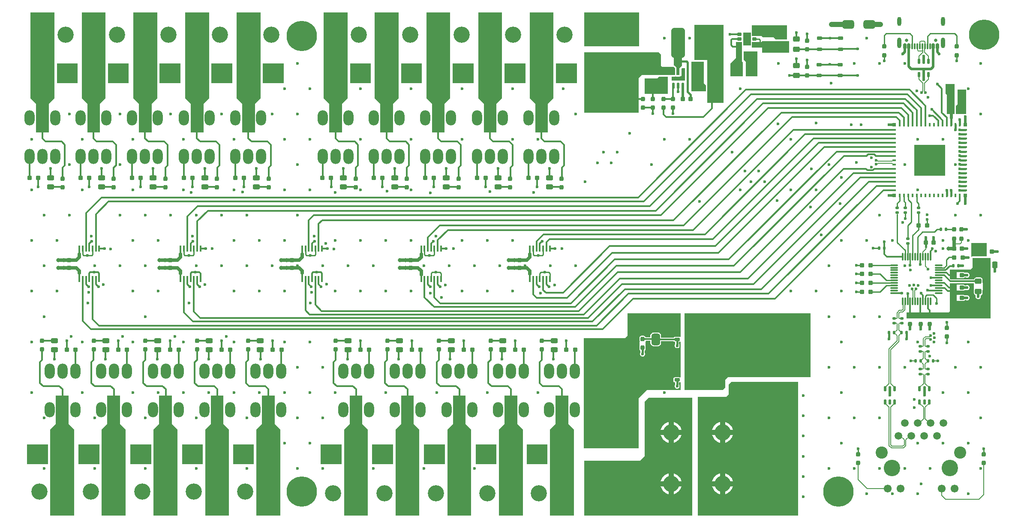
<source format=gtl>
G04*
G04 #@! TF.GenerationSoftware,Altium Limited,Altium Designer,25.4.2 (15)*
G04*
G04 Layer_Physical_Order=1*
G04 Layer_Color=255*
%FSLAX44Y44*%
%MOMM*%
G71*
G04*
G04 #@! TF.SameCoordinates,BB2F4313-EE7A-43B8-A872-F110206310C3*
G04*
G04*
G04 #@! TF.FilePolarity,Positive*
G04*
G01*
G75*
%ADD10C,0.2500*%
%ADD11C,0.4000*%
%ADD12C,0.2000*%
%ADD13C,0.3000*%
G04:AMPARAMS|DCode=15|XSize=5.2mm|YSize=5.2mm|CornerRadius=1.3mm|HoleSize=0mm|Usage=FLASHONLY|Rotation=270.000|XOffset=0mm|YOffset=0mm|HoleType=Round|Shape=RoundedRectangle|*
%AMROUNDEDRECTD15*
21,1,5.2000,2.6000,0,0,270.0*
21,1,2.6000,5.2000,0,0,270.0*
1,1,2.6000,-1.3000,-1.3000*
1,1,2.6000,-1.3000,1.3000*
1,1,2.6000,1.3000,1.3000*
1,1,2.6000,1.3000,-1.3000*
%
%ADD15ROUNDEDRECTD15*%
G04:AMPARAMS|DCode=16|XSize=5mm|YSize=2mm|CornerRadius=0.5mm|HoleSize=0mm|Usage=FLASHONLY|Rotation=270.000|XOffset=0mm|YOffset=0mm|HoleType=Round|Shape=RoundedRectangle|*
%AMROUNDEDRECTD16*
21,1,5.0000,1.0000,0,0,270.0*
21,1,4.0000,2.0000,0,0,270.0*
1,1,1.0000,-0.5000,-2.0000*
1,1,1.0000,-0.5000,2.0000*
1,1,1.0000,0.5000,2.0000*
1,1,1.0000,0.5000,-2.0000*
%
%ADD16ROUNDEDRECTD16*%
G04:AMPARAMS|DCode=17|XSize=0.6mm|YSize=1.1mm|CornerRadius=0.15mm|HoleSize=0mm|Usage=FLASHONLY|Rotation=270.000|XOffset=0mm|YOffset=0mm|HoleType=Round|Shape=RoundedRectangle|*
%AMROUNDEDRECTD17*
21,1,0.6000,0.8000,0,0,270.0*
21,1,0.3000,1.1000,0,0,270.0*
1,1,0.3000,-0.4000,-0.1500*
1,1,0.3000,-0.4000,0.1500*
1,1,0.3000,0.4000,0.1500*
1,1,0.3000,0.4000,-0.1500*
%
%ADD17ROUNDEDRECTD17*%
%ADD18R,3.8000X4.4000*%
G04:AMPARAMS|DCode=19|XSize=0.4mm|YSize=0.9mm|CornerRadius=0.1mm|HoleSize=0mm|Usage=FLASHONLY|Rotation=0.000|XOffset=0mm|YOffset=0mm|HoleType=Round|Shape=RoundedRectangle|*
%AMROUNDEDRECTD19*
21,1,0.4000,0.7000,0,0,0.0*
21,1,0.2000,0.9000,0,0,0.0*
1,1,0.2000,0.1000,-0.3500*
1,1,0.2000,-0.1000,-0.3500*
1,1,0.2000,-0.1000,0.3500*
1,1,0.2000,0.1000,0.3500*
%
%ADD19ROUNDEDRECTD19*%
G04:AMPARAMS|DCode=20|XSize=1.05mm|YSize=0.65mm|CornerRadius=0.1625mm|HoleSize=0mm|Usage=FLASHONLY|Rotation=180.000|XOffset=0mm|YOffset=0mm|HoleType=Round|Shape=RoundedRectangle|*
%AMROUNDEDRECTD20*
21,1,1.0500,0.3250,0,0,180.0*
21,1,0.7250,0.6500,0,0,180.0*
1,1,0.3250,-0.3625,0.1625*
1,1,0.3250,0.3625,0.1625*
1,1,0.3250,0.3625,-0.1625*
1,1,0.3250,-0.3625,-0.1625*
%
%ADD20ROUNDEDRECTD20*%
%ADD21R,0.4000X0.8000*%
%ADD22R,1.2000X1.2000*%
%ADD23R,0.8000X0.4000*%
%ADD24R,0.8000X0.8000*%
G04:AMPARAMS|DCode=25|XSize=0.6mm|YSize=1.14mm|CornerRadius=0.15mm|HoleSize=0mm|Usage=FLASHONLY|Rotation=180.000|XOffset=0mm|YOffset=0mm|HoleType=Round|Shape=RoundedRectangle|*
%AMROUNDEDRECTD25*
21,1,0.6000,0.8400,0,0,180.0*
21,1,0.3000,1.1400,0,0,180.0*
1,1,0.3000,-0.1500,0.4200*
1,1,0.3000,0.1500,0.4200*
1,1,0.3000,0.1500,-0.4200*
1,1,0.3000,-0.1500,-0.4200*
%
%ADD25ROUNDEDRECTD25*%
G04:AMPARAMS|DCode=26|XSize=0.3mm|YSize=1.14mm|CornerRadius=0.075mm|HoleSize=0mm|Usage=FLASHONLY|Rotation=180.000|XOffset=0mm|YOffset=0mm|HoleType=Round|Shape=RoundedRectangle|*
%AMROUNDEDRECTD26*
21,1,0.3000,0.9900,0,0,180.0*
21,1,0.1500,1.1400,0,0,180.0*
1,1,0.1500,-0.0750,0.4950*
1,1,0.1500,0.0750,0.4950*
1,1,0.1500,0.0750,-0.4950*
1,1,0.1500,-0.0750,-0.4950*
%
%ADD26ROUNDEDRECTD26*%
G04:AMPARAMS|DCode=27|XSize=2.7mm|YSize=6mm|CornerRadius=0.675mm|HoleSize=0mm|Usage=FLASHONLY|Rotation=0.000|XOffset=0mm|YOffset=0mm|HoleType=Round|Shape=RoundedRectangle|*
%AMROUNDEDRECTD27*
21,1,2.7000,4.6500,0,0,0.0*
21,1,1.3500,6.0000,0,0,0.0*
1,1,1.3500,0.6750,-2.3250*
1,1,1.3500,-0.6750,-2.3250*
1,1,1.3500,-0.6750,2.3250*
1,1,1.3500,0.6750,2.3250*
%
%ADD27ROUNDEDRECTD27*%
G04:AMPARAMS|DCode=28|XSize=2.3mm|YSize=1.7mm|CornerRadius=0.425mm|HoleSize=0mm|Usage=FLASHONLY|Rotation=180.000|XOffset=0mm|YOffset=0mm|HoleType=Round|Shape=RoundedRectangle|*
%AMROUNDEDRECTD28*
21,1,2.3000,0.8500,0,0,180.0*
21,1,1.4500,1.7000,0,0,180.0*
1,1,0.8500,-0.7250,0.4250*
1,1,0.8500,0.7250,0.4250*
1,1,0.8500,0.7250,-0.4250*
1,1,0.8500,-0.7250,-0.4250*
%
%ADD28ROUNDEDRECTD28*%
G04:AMPARAMS|DCode=29|XSize=2.3mm|YSize=1.7mm|CornerRadius=0.425mm|HoleSize=0mm|Usage=FLASHONLY|Rotation=90.000|XOffset=0mm|YOffset=0mm|HoleType=Round|Shape=RoundedRectangle|*
%AMROUNDEDRECTD29*
21,1,2.3000,0.8500,0,0,90.0*
21,1,1.4500,1.7000,0,0,90.0*
1,1,0.8500,0.4250,0.7250*
1,1,0.8500,0.4250,-0.7250*
1,1,0.8500,-0.4250,-0.7250*
1,1,0.8500,-0.4250,0.7250*
%
%ADD29ROUNDEDRECTD29*%
G04:AMPARAMS|DCode=30|XSize=0.3mm|YSize=1.5mm|CornerRadius=0.075mm|HoleSize=0mm|Usage=FLASHONLY|Rotation=90.000|XOffset=0mm|YOffset=0mm|HoleType=Round|Shape=RoundedRectangle|*
%AMROUNDEDRECTD30*
21,1,0.3000,1.3500,0,0,90.0*
21,1,0.1500,1.5000,0,0,90.0*
1,1,0.1500,0.6750,0.0750*
1,1,0.1500,0.6750,-0.0750*
1,1,0.1500,-0.6750,-0.0750*
1,1,0.1500,-0.6750,0.0750*
%
%ADD30ROUNDEDRECTD30*%
G04:AMPARAMS|DCode=31|XSize=0.3mm|YSize=1.5mm|CornerRadius=0.075mm|HoleSize=0mm|Usage=FLASHONLY|Rotation=180.000|XOffset=0mm|YOffset=0mm|HoleType=Round|Shape=RoundedRectangle|*
%AMROUNDEDRECTD31*
21,1,0.3000,1.3500,0,0,180.0*
21,1,0.1500,1.5000,0,0,180.0*
1,1,0.1500,-0.0750,0.6750*
1,1,0.1500,0.0750,0.6750*
1,1,0.1500,0.0750,-0.6750*
1,1,0.1500,-0.0750,-0.6750*
%
%ADD31ROUNDEDRECTD31*%
G04:AMPARAMS|DCode=32|XSize=0.9mm|YSize=0.8mm|CornerRadius=0.2mm|HoleSize=0mm|Usage=FLASHONLY|Rotation=90.000|XOffset=0mm|YOffset=0mm|HoleType=Round|Shape=RoundedRectangle|*
%AMROUNDEDRECTD32*
21,1,0.9000,0.4000,0,0,90.0*
21,1,0.5000,0.8000,0,0,90.0*
1,1,0.4000,0.2000,0.2500*
1,1,0.4000,0.2000,-0.2500*
1,1,0.4000,-0.2000,-0.2500*
1,1,0.4000,-0.2000,0.2500*
%
%ADD32ROUNDEDRECTD32*%
G04:AMPARAMS|DCode=33|XSize=0.9mm|YSize=0.6mm|CornerRadius=0.15mm|HoleSize=0mm|Usage=FLASHONLY|Rotation=180.000|XOffset=0mm|YOffset=0mm|HoleType=Round|Shape=RoundedRectangle|*
%AMROUNDEDRECTD33*
21,1,0.9000,0.3000,0,0,180.0*
21,1,0.6000,0.6000,0,0,180.0*
1,1,0.3000,-0.3000,0.1500*
1,1,0.3000,0.3000,0.1500*
1,1,0.3000,0.3000,-0.1500*
1,1,0.3000,-0.3000,-0.1500*
%
%ADD33ROUNDEDRECTD33*%
%ADD34R,1.6000X2.5000*%
G04:AMPARAMS|DCode=35|XSize=1mm|YSize=1.4mm|CornerRadius=0.25mm|HoleSize=0mm|Usage=FLASHONLY|Rotation=270.000|XOffset=0mm|YOffset=0mm|HoleType=Round|Shape=RoundedRectangle|*
%AMROUNDEDRECTD35*
21,1,1.0000,0.9000,0,0,270.0*
21,1,0.5000,1.4000,0,0,270.0*
1,1,0.5000,-0.4500,-0.2500*
1,1,0.5000,-0.4500,0.2500*
1,1,0.5000,0.4500,0.2500*
1,1,0.5000,0.4500,-0.2500*
%
%ADD35ROUNDEDRECTD35*%
G04:AMPARAMS|DCode=36|XSize=1mm|YSize=0.5mm|CornerRadius=0.125mm|HoleSize=0mm|Usage=FLASHONLY|Rotation=270.000|XOffset=0mm|YOffset=0mm|HoleType=Round|Shape=RoundedRectangle|*
%AMROUNDEDRECTD36*
21,1,1.0000,0.2500,0,0,270.0*
21,1,0.7500,0.5000,0,0,270.0*
1,1,0.2500,-0.1250,-0.3750*
1,1,0.2500,-0.1250,0.3750*
1,1,0.2500,0.1250,0.3750*
1,1,0.2500,0.1250,-0.3750*
%
%ADD36ROUNDEDRECTD36*%
G04:AMPARAMS|DCode=37|XSize=1.2mm|YSize=0.5mm|CornerRadius=0.125mm|HoleSize=0mm|Usage=FLASHONLY|Rotation=270.000|XOffset=0mm|YOffset=0mm|HoleType=Round|Shape=RoundedRectangle|*
%AMROUNDEDRECTD37*
21,1,1.2000,0.2500,0,0,270.0*
21,1,0.9500,0.5000,0,0,270.0*
1,1,0.2500,-0.1250,-0.4750*
1,1,0.2500,-0.1250,0.4750*
1,1,0.2500,0.1250,0.4750*
1,1,0.2500,0.1250,-0.4750*
%
%ADD37ROUNDEDRECTD37*%
G04:AMPARAMS|DCode=38|XSize=1.25mm|YSize=0.35mm|CornerRadius=0.0875mm|HoleSize=0mm|Usage=FLASHONLY|Rotation=90.000|XOffset=0mm|YOffset=0mm|HoleType=Round|Shape=RoundedRectangle|*
%AMROUNDEDRECTD38*
21,1,1.2500,0.1750,0,0,90.0*
21,1,1.0750,0.3500,0,0,90.0*
1,1,0.1750,0.0875,0.5375*
1,1,0.1750,0.0875,-0.5375*
1,1,0.1750,-0.0875,-0.5375*
1,1,0.1750,-0.0875,0.5375*
%
%ADD38ROUNDEDRECTD38*%
G04:AMPARAMS|DCode=39|XSize=0.5mm|YSize=0.5mm|CornerRadius=0.125mm|HoleSize=0mm|Usage=FLASHONLY|Rotation=270.000|XOffset=0mm|YOffset=0mm|HoleType=Round|Shape=RoundedRectangle|*
%AMROUNDEDRECTD39*
21,1,0.5000,0.2500,0,0,270.0*
21,1,0.2500,0.5000,0,0,270.0*
1,1,0.2500,-0.1250,-0.1250*
1,1,0.2500,-0.1250,0.1250*
1,1,0.2500,0.1250,0.1250*
1,1,0.2500,0.1250,-0.1250*
%
%ADD39ROUNDEDRECTD39*%
G04:AMPARAMS|DCode=40|XSize=0.9mm|YSize=0.8mm|CornerRadius=0.2mm|HoleSize=0mm|Usage=FLASHONLY|Rotation=0.000|XOffset=0mm|YOffset=0mm|HoleType=Round|Shape=RoundedRectangle|*
%AMROUNDEDRECTD40*
21,1,0.9000,0.4000,0,0,0.0*
21,1,0.5000,0.8000,0,0,0.0*
1,1,0.4000,0.2500,-0.2000*
1,1,0.4000,-0.2500,-0.2000*
1,1,0.4000,-0.2500,0.2000*
1,1,0.4000,0.2500,0.2000*
%
%ADD40ROUNDEDRECTD40*%
G04:AMPARAMS|DCode=41|XSize=0.5mm|YSize=0.6mm|CornerRadius=0.125mm|HoleSize=0mm|Usage=FLASHONLY|Rotation=90.000|XOffset=0mm|YOffset=0mm|HoleType=Round|Shape=RoundedRectangle|*
%AMROUNDEDRECTD41*
21,1,0.5000,0.3500,0,0,90.0*
21,1,0.2500,0.6000,0,0,90.0*
1,1,0.2500,0.1750,0.1250*
1,1,0.2500,0.1750,-0.1250*
1,1,0.2500,-0.1750,-0.1250*
1,1,0.2500,-0.1750,0.1250*
%
%ADD41ROUNDEDRECTD41*%
G04:AMPARAMS|DCode=42|XSize=0.5mm|YSize=0.6mm|CornerRadius=0.125mm|HoleSize=0mm|Usage=FLASHONLY|Rotation=0.000|XOffset=0mm|YOffset=0mm|HoleType=Round|Shape=RoundedRectangle|*
%AMROUNDEDRECTD42*
21,1,0.5000,0.3500,0,0,0.0*
21,1,0.2500,0.6000,0,0,0.0*
1,1,0.2500,0.1250,-0.1750*
1,1,0.2500,-0.1250,-0.1750*
1,1,0.2500,-0.1250,0.1750*
1,1,0.2500,0.1250,0.1750*
%
%ADD42ROUNDEDRECTD42*%
G04:AMPARAMS|DCode=43|XSize=1.1mm|YSize=1.3mm|CornerRadius=0.275mm|HoleSize=0mm|Usage=FLASHONLY|Rotation=180.000|XOffset=0mm|YOffset=0mm|HoleType=Round|Shape=RoundedRectangle|*
%AMROUNDEDRECTD43*
21,1,1.1000,0.7500,0,0,180.0*
21,1,0.5500,1.3000,0,0,180.0*
1,1,0.5500,-0.2750,0.3750*
1,1,0.5500,0.2750,0.3750*
1,1,0.5500,0.2750,-0.3750*
1,1,0.5500,-0.2750,-0.3750*
%
%ADD43ROUNDEDRECTD43*%
G04:AMPARAMS|DCode=44|XSize=1.1mm|YSize=1.3mm|CornerRadius=0.275mm|HoleSize=0mm|Usage=FLASHONLY|Rotation=270.000|XOffset=0mm|YOffset=0mm|HoleType=Round|Shape=RoundedRectangle|*
%AMROUNDEDRECTD44*
21,1,1.1000,0.7500,0,0,270.0*
21,1,0.5500,1.3000,0,0,270.0*
1,1,0.5500,-0.3750,-0.2750*
1,1,0.5500,-0.3750,0.2750*
1,1,0.5500,0.3750,0.2750*
1,1,0.5500,0.3750,-0.2750*
%
%ADD44ROUNDEDRECTD44*%
%ADD45C,3.2500*%
%ADD46C,1.5000*%
%ADD47C,2.4000*%
%ADD48C,1.5500*%
%ADD49O,0.8000X2.1000*%
%ADD50O,0.8000X1.8000*%
%ADD51C,0.6500*%
%ADD52C,3.2000*%
%ADD53C,6.0000*%
%ADD54O,2.0000X3.0000*%
%ADD56C,0.7000*%
%ADD57C,0.3500*%
%ADD58C,0.2300*%
%ADD59C,0.5000*%
%ADD60C,1.0000*%
%ADD61C,0.6000*%
%ADD62C,0.3810*%
%ADD63C,0.1600*%
%ADD64C,0.6000*%
%ADD65C,1.0000*%
%ADD66C,0.8000*%
G36*
X1538000Y943500D02*
X1516000D01*
X1511500Y948000D01*
X1490000D01*
X1488000Y950000D01*
X1469000D01*
Y971000D01*
X1489000D01*
X1538000Y971000D01*
Y943500D01*
D02*
G37*
G36*
X1246000Y930000D02*
X1138000D01*
Y996941D01*
X1246000D01*
Y930000D01*
D02*
G37*
G36*
X1542000Y917000D02*
X1489000D01*
Y927000D01*
X1469000D01*
Y938000D01*
X1487000D01*
X1489000Y940000D01*
X1542000D01*
Y917000D01*
D02*
G37*
G36*
X1331000Y892000D02*
X1326000Y887000D01*
Y873000D01*
X1320059D01*
Y887000D01*
X1320059Y887000D01*
X1319826Y888170D01*
X1319163Y889163D01*
X1319163Y889163D01*
X1317163Y891163D01*
X1316171Y891826D01*
X1315000Y892059D01*
Y904000D01*
Y937000D01*
X1331000D01*
Y892000D01*
D02*
G37*
G36*
X1480000Y871000D02*
X1457000D01*
Y899000D01*
X1453000Y903000D01*
Y920000D01*
X1480000D01*
Y871000D01*
D02*
G37*
G36*
X1449000Y900000D02*
X1451000Y898000D01*
X1451000Y871000D01*
X1427000D01*
X1426000Y871414D01*
Y896000D01*
X1437000Y907000D01*
Y938000D01*
X1449000D01*
Y900000D01*
D02*
G37*
G36*
X1336750Y862250D02*
X1310500D01*
Y869941D01*
X1317000D01*
X1318170Y870174D01*
X1318284Y870250D01*
X1318775D01*
X1318888Y870174D01*
X1320059Y869941D01*
X1326000D01*
X1327171Y870174D01*
X1327284Y870250D01*
X1328250D01*
X1329500Y871500D01*
Y886174D01*
X1330326Y887000D01*
X1336750D01*
Y862250D01*
D02*
G37*
G36*
X1021470Y857050D02*
X980470D01*
Y896050D01*
X1021470D01*
Y857050D01*
D02*
G37*
G36*
X1123020Y857000D02*
X1082020D01*
Y896000D01*
X1123020D01*
Y857000D01*
D02*
G37*
G36*
X918980D02*
X877980D01*
Y896000D01*
X918980D01*
Y857000D01*
D02*
G37*
G36*
X816980D02*
X775980D01*
Y896000D01*
X816980D01*
Y857000D01*
D02*
G37*
G36*
X715980D02*
X674980D01*
Y896000D01*
X715980D01*
Y857000D01*
D02*
G37*
G36*
X544040D02*
X503040D01*
Y896000D01*
X544040D01*
Y857000D01*
D02*
G37*
G36*
X442440D02*
X401440D01*
Y896000D01*
X442440D01*
Y857000D01*
D02*
G37*
G36*
X340000D02*
X299000D01*
Y896000D01*
X340000D01*
Y857000D01*
D02*
G37*
G36*
X238000D02*
X197000D01*
Y896000D01*
X238000D01*
Y857000D01*
D02*
G37*
G36*
X137000D02*
X96000D01*
Y896000D01*
X137000D01*
Y857000D01*
D02*
G37*
G36*
X1374000Y857000D02*
X1377941Y853059D01*
Y841000D01*
X1349000D01*
Y899000D01*
X1374000D01*
Y857000D01*
D02*
G37*
G36*
X1303000Y836000D02*
X1257000D01*
Y866000D01*
X1282000D01*
X1285941Y869941D01*
X1303000D01*
Y836000D01*
D02*
G37*
G36*
X1413000Y818000D02*
X1381000D01*
Y903000D01*
X1355000D01*
Y972000D01*
X1413000D01*
Y818000D01*
D02*
G37*
G36*
X1289000Y914000D02*
Y892000D01*
X1290000Y891000D01*
X1292000Y889000D01*
X1315000D01*
X1317000Y887000D01*
Y873000D01*
X1251000D01*
X1245000Y867000D01*
Y799000D01*
X1138000D01*
Y918000D01*
X1285000D01*
X1289000Y914000D01*
D02*
G37*
G36*
X1892000Y796000D02*
X1872059D01*
Y812059D01*
X1875000Y815000D01*
Y844000D01*
X1892000D01*
Y796000D01*
D02*
G37*
G36*
X1869000D02*
X1854000D01*
Y834000D01*
X1851000Y837000D01*
Y855000D01*
X1869000D01*
Y796000D01*
D02*
G37*
G36*
X975470Y827050D02*
X964470Y816050D01*
X964470Y760050D01*
X939470D01*
Y816050D01*
X928470Y827050D01*
Y996941D01*
X975470D01*
Y827050D01*
D02*
G37*
G36*
X1077020Y827000D02*
X1066020Y816000D01*
X1066020Y760000D01*
X1041020D01*
Y816000D01*
X1030020Y827000D01*
Y996941D01*
X1077020D01*
Y827000D01*
D02*
G37*
G36*
X872980D02*
X861980Y816000D01*
X861980Y760000D01*
X836980D01*
Y816000D01*
X825980Y827000D01*
Y996941D01*
X872980D01*
Y827000D01*
D02*
G37*
G36*
X770980D02*
X759980Y816000D01*
X759980Y760000D01*
X734980D01*
Y816000D01*
X723980Y827000D01*
Y996941D01*
X770980D01*
Y827000D01*
D02*
G37*
G36*
X669980D02*
X658980Y816000D01*
X658980Y760000D01*
X633980D01*
Y816000D01*
X622980Y827000D01*
Y996941D01*
X669980D01*
Y827000D01*
D02*
G37*
G36*
X498040D02*
X487040Y816000D01*
X487040Y760000D01*
X462040D01*
Y816000D01*
X451040Y827000D01*
Y996941D01*
X498040D01*
Y827000D01*
D02*
G37*
G36*
X396440D02*
X385440Y816000D01*
X385440Y760000D01*
X360440D01*
Y816000D01*
X349440Y827000D01*
Y996941D01*
X396440D01*
Y827000D01*
D02*
G37*
G36*
X294000D02*
X283000Y816000D01*
X283000Y760000D01*
X258000D01*
Y816000D01*
X247000Y827000D01*
Y996941D01*
X294000D01*
Y827000D01*
D02*
G37*
G36*
X192000D02*
X181000Y816000D01*
X181000Y760000D01*
X156000D01*
Y816000D01*
X145000Y827000D01*
Y996941D01*
X192000D01*
Y827000D01*
D02*
G37*
G36*
X91000D02*
X80000Y816000D01*
X80000Y760000D01*
X55000D01*
Y816000D01*
X44000Y827000D01*
Y996941D01*
X91000D01*
Y827000D01*
D02*
G37*
G36*
X1850470Y674520D02*
X1789510D01*
Y735480D01*
X1850470D01*
Y674520D01*
D02*
G37*
G36*
X1933000Y515059D02*
X1905000D01*
X1903829Y514826D01*
X1903342Y514500D01*
X1902000D01*
Y541500D01*
X1933000D01*
Y515059D01*
D02*
G37*
G36*
X1940000Y392000D02*
X1774000D01*
Y404000D01*
X1857000D01*
X1860000Y407000D01*
Y461521D01*
X1860500Y461931D01*
X1907000D01*
X1907000Y448000D01*
X1907407D01*
Y442750D01*
X1907776Y440897D01*
X1908826Y439325D01*
X1910397Y438276D01*
X1911051Y436118D01*
X1911000Y435994D01*
Y434005D01*
X1911761Y432168D01*
X1913168Y430761D01*
X1915005Y430000D01*
X1916995D01*
X1918832Y430761D01*
X1920239Y432168D01*
X1921000Y434005D01*
Y435994D01*
X1920949Y436118D01*
X1921603Y438276D01*
X1923175Y439325D01*
X1924224Y440897D01*
X1924593Y442750D01*
Y448000D01*
X1925000D01*
Y462000D01*
X1925000Y462000D01*
X1924593Y464000D01*
Y468250D01*
X1924224Y470103D01*
X1923175Y471675D01*
X1921603Y472724D01*
X1919750Y473093D01*
X1912250D01*
X1910397Y472724D01*
X1908826Y471675D01*
X1907776Y470103D01*
X1907570Y469069D01*
X1861978D01*
X1860000Y471047D01*
Y489000D01*
X1901000D01*
X1905000Y493000D01*
Y512000D01*
X1940000D01*
Y392000D01*
D02*
G37*
G36*
X1328000Y356182D02*
X1326730Y355504D01*
X1326366Y355747D01*
X1325000Y356019D01*
X1317000D01*
X1315634Y355747D01*
X1314477Y354973D01*
X1314173Y354519D01*
X1289622D01*
Y358250D01*
X1289137Y360689D01*
X1287756Y362756D01*
X1285689Y364137D01*
X1283250Y364622D01*
X1274750D01*
X1272311Y364137D01*
X1270244Y362756D01*
X1268863Y360689D01*
X1268378Y358250D01*
Y355069D01*
X1258866D01*
X1258768Y355561D01*
X1257884Y356884D01*
X1256561Y357768D01*
X1255000Y358078D01*
X1251000D01*
X1249439Y357768D01*
X1248116Y356884D01*
X1247232Y355561D01*
X1246922Y354000D01*
Y349000D01*
X1247232Y347439D01*
X1247345Y347270D01*
X1247000Y346000D01*
X1247000D01*
X1247000Y346000D01*
Y340000D01*
X1247000D01*
X1247345Y338730D01*
X1247232Y338561D01*
X1246922Y337000D01*
Y332000D01*
X1247232Y330439D01*
X1248116Y329116D01*
X1248922Y328578D01*
Y324993D01*
X1248761Y324832D01*
X1248000Y322995D01*
Y321006D01*
X1248761Y319168D01*
X1250168Y317761D01*
X1252005Y317000D01*
X1253995D01*
X1255832Y317761D01*
X1257239Y319168D01*
X1258000Y321006D01*
Y322995D01*
X1257239Y324832D01*
X1257078Y324993D01*
Y328578D01*
X1257884Y329116D01*
X1258768Y330439D01*
X1259078Y332000D01*
Y337000D01*
X1258768Y338561D01*
X1258655Y338730D01*
X1259000Y340000D01*
X1259000D01*
X1259000Y340000D01*
Y346000D01*
X1259000Y346000D01*
X1259000D01*
X1259183Y347249D01*
X1259626Y347931D01*
X1268378D01*
Y343750D01*
X1268863Y341311D01*
X1270244Y339244D01*
X1272311Y337863D01*
X1274750Y337378D01*
X1283250D01*
X1285689Y337863D01*
X1287756Y339244D01*
X1289137Y341311D01*
X1289622Y343750D01*
Y347381D01*
X1314173D01*
X1314477Y346927D01*
X1315634Y346153D01*
X1316922Y345897D01*
Y341443D01*
X1316761Y341282D01*
X1316000Y339445D01*
Y337455D01*
X1316761Y335618D01*
X1318168Y334211D01*
X1320005Y333450D01*
X1321994D01*
X1323832Y334211D01*
X1325239Y335618D01*
X1326000Y337455D01*
Y339445D01*
X1325239Y341282D01*
X1325078Y341443D01*
Y345897D01*
X1326366Y346153D01*
X1326730Y346397D01*
X1328000Y345718D01*
Y276182D01*
X1326730Y275504D01*
X1326366Y275747D01*
X1325000Y276019D01*
X1317000D01*
X1315634Y275747D01*
X1314477Y274973D01*
X1313703Y273816D01*
X1313431Y272450D01*
Y269450D01*
X1313703Y268084D01*
X1314477Y266927D01*
X1315634Y266153D01*
X1316922Y265897D01*
Y261443D01*
X1316761Y261282D01*
X1316000Y259445D01*
Y257455D01*
X1316761Y255618D01*
X1318168Y254211D01*
X1320005Y253450D01*
X1321995D01*
X1323832Y254211D01*
X1325239Y255618D01*
X1326000Y257455D01*
Y259445D01*
X1325239Y261282D01*
X1325078Y261443D01*
Y265897D01*
X1326366Y266153D01*
X1326730Y266397D01*
X1328000Y265718D01*
Y251000D01*
X1261000D01*
X1245000Y235000D01*
Y136000D01*
X1137000D01*
X1137000Y353000D01*
X1218000D01*
X1223000Y358000D01*
X1223000Y402000D01*
X1328000Y402000D01*
Y356182D01*
D02*
G37*
G36*
X1585000Y276000D02*
X1421000D01*
X1416000Y271000D01*
X1416000Y256000D01*
X1411000Y251000D01*
X1336000D01*
Y402000D01*
X1585000D01*
Y276000D01*
D02*
G37*
G36*
X1560000Y3059D02*
X1362000D01*
Y237000D01*
X1418000Y237000D01*
X1423000Y242000D01*
X1423000Y262000D01*
X1428000Y267000D01*
X1560000D01*
Y3059D01*
D02*
G37*
G36*
X1065210Y104000D02*
X1024210D01*
Y143000D01*
X1065210D01*
Y104000D01*
D02*
G37*
G36*
X862210D02*
X821210D01*
Y143000D01*
X862210D01*
Y104000D01*
D02*
G37*
G36*
X759770D02*
X718770D01*
Y143000D01*
X759770D01*
Y104000D01*
D02*
G37*
G36*
X658170D02*
X617170D01*
Y143000D01*
X658170D01*
Y104000D01*
D02*
G37*
G36*
X964210Y104000D02*
X923210D01*
Y143000D01*
X964210D01*
Y104000D01*
D02*
G37*
G36*
X485150Y103950D02*
X444150D01*
Y142950D01*
X485150D01*
Y103950D01*
D02*
G37*
G36*
X282150D02*
X241150D01*
Y142950D01*
X282150D01*
Y103950D01*
D02*
G37*
G36*
X179710D02*
X138710D01*
Y142950D01*
X179710D01*
Y103950D01*
D02*
G37*
G36*
X78110D02*
X37110D01*
Y142950D01*
X78110D01*
Y103950D01*
D02*
G37*
G36*
X384150Y103950D02*
X343150D01*
Y142950D01*
X384150D01*
Y103950D01*
D02*
G37*
G36*
X1351000Y3059D02*
X1138000D01*
Y111000D01*
X1248000D01*
X1257000Y120000D01*
Y228000D01*
X1265000Y236000D01*
X1351000D01*
Y3059D01*
D02*
G37*
G36*
X1106210Y184000D02*
X1117210Y173000D01*
Y3059D01*
X1070210D01*
Y173000D01*
X1081210Y184000D01*
X1081210Y240000D01*
X1106210D01*
Y184000D01*
D02*
G37*
G36*
X1005210Y184000D02*
X1016210Y173000D01*
Y3059D01*
X969210D01*
Y173000D01*
X980210Y184000D01*
X980210Y240000D01*
X1005210D01*
Y184000D01*
D02*
G37*
G36*
X903210Y184000D02*
X914210Y173000D01*
Y3059D01*
X867210D01*
Y173000D01*
X878210Y184000D01*
X878210Y240000D01*
X903210D01*
Y184000D01*
D02*
G37*
G36*
X800770D02*
X811770Y173000D01*
Y3059D01*
X764770D01*
Y173000D01*
X775770Y184000D01*
X775770Y240000D01*
X800770D01*
Y184000D01*
D02*
G37*
G36*
X699170D02*
X710170Y173000D01*
Y3059D01*
X663170D01*
Y173000D01*
X674170Y184000D01*
X674170Y240000D01*
X699170D01*
Y184000D01*
D02*
G37*
G36*
X526150Y183950D02*
X537150Y172950D01*
Y3059D01*
X490150D01*
Y172950D01*
X501150Y183950D01*
X501150Y239950D01*
X526150D01*
Y183950D01*
D02*
G37*
G36*
X425150Y183950D02*
X436150Y172950D01*
Y3059D01*
X389150D01*
Y172950D01*
X400150Y183950D01*
X400150Y239950D01*
X425150D01*
Y183950D01*
D02*
G37*
G36*
X323150Y183950D02*
X334150Y172950D01*
Y3059D01*
X287150D01*
Y172950D01*
X298150Y183950D01*
X298150Y239950D01*
X323150D01*
Y183950D01*
D02*
G37*
G36*
X220710D02*
X231710Y172950D01*
Y3059D01*
X184710D01*
Y172950D01*
X195710Y183950D01*
X195710Y239950D01*
X220710D01*
Y183950D01*
D02*
G37*
G36*
X119110D02*
X130110Y172950D01*
Y3059D01*
X83110D01*
Y172950D01*
X94110Y183950D01*
X94110Y239950D01*
X119110D01*
Y183950D01*
D02*
G37*
%LPC*%
G36*
X1886000Y484078D02*
X1881000D01*
X1880970Y484072D01*
X1879000Y484000D01*
X1879000Y484000D01*
X1879000Y484000D01*
X1873000D01*
Y472000D01*
X1879000D01*
X1879000Y472000D01*
X1880970Y471928D01*
X1881000Y471922D01*
X1886000D01*
X1887561Y472232D01*
X1888884Y473116D01*
X1889081Y473412D01*
X1892011D01*
X1893005Y473000D01*
X1894995D01*
X1896832Y473761D01*
X1898239Y475168D01*
X1899000Y477006D01*
Y478995D01*
X1898239Y480832D01*
X1896832Y482239D01*
X1894995Y483000D01*
X1893005D01*
X1892011Y482588D01*
X1889081D01*
X1888884Y482884D01*
X1887561Y483768D01*
X1886000Y484078D01*
D02*
G37*
G36*
X1886000Y459078D02*
X1881000D01*
X1880970Y459072D01*
X1879000Y459000D01*
X1879000Y459000D01*
X1879000Y459000D01*
X1873000D01*
Y447000D01*
X1879000D01*
X1879000Y447000D01*
X1880970Y446928D01*
X1881000Y446922D01*
X1886000D01*
X1887561Y447232D01*
X1888884Y448116D01*
X1889081Y448412D01*
X1892011D01*
X1893005Y448000D01*
X1894995D01*
X1896832Y448761D01*
X1898239Y450168D01*
X1899000Y452005D01*
Y453995D01*
X1898239Y455832D01*
X1896832Y457239D01*
X1894995Y458000D01*
X1893005D01*
X1892011Y457588D01*
X1889081D01*
X1888884Y457884D01*
X1887561Y458768D01*
X1886000Y459078D01*
D02*
G37*
G36*
Y439078D02*
X1881000D01*
X1880970Y439072D01*
X1879000Y439000D01*
X1879000Y439000D01*
X1879000Y439000D01*
X1873000D01*
Y427000D01*
X1879000D01*
X1879000Y427000D01*
X1880970Y426928D01*
X1881000Y426922D01*
X1886000D01*
X1887561Y427232D01*
X1888884Y428116D01*
X1889081Y428412D01*
X1892011D01*
X1893005Y428000D01*
X1894995D01*
X1896832Y428761D01*
X1898239Y430168D01*
X1899000Y432006D01*
Y433995D01*
X1898239Y435832D01*
X1896832Y437239D01*
X1894995Y438000D01*
X1893005D01*
X1892011Y437588D01*
X1889081D01*
X1888884Y437884D01*
X1887561Y438768D01*
X1886000Y439078D01*
D02*
G37*
G36*
X1415800Y187717D02*
Y172300D01*
X1431217D01*
X1430993Y173425D01*
X1429410Y177247D01*
X1427112Y180687D01*
X1424187Y183612D01*
X1420747Y185910D01*
X1416926Y187493D01*
X1415800Y187717D01*
D02*
G37*
G36*
X1405800D02*
X1404675Y187493D01*
X1400853Y185910D01*
X1397413Y183612D01*
X1394488Y180687D01*
X1392190Y177247D01*
X1390607Y173425D01*
X1390383Y172300D01*
X1405800D01*
Y187717D01*
D02*
G37*
G36*
X1431217Y162300D02*
X1415800D01*
Y146883D01*
X1416926Y147107D01*
X1420747Y148690D01*
X1424187Y150988D01*
X1427112Y153913D01*
X1429410Y157353D01*
X1430993Y161175D01*
X1431217Y162300D01*
D02*
G37*
G36*
X1405800D02*
X1390383D01*
X1390607Y161175D01*
X1392190Y157353D01*
X1394488Y153913D01*
X1397413Y150988D01*
X1400853Y148690D01*
X1404675Y147107D01*
X1405800Y146883D01*
Y162300D01*
D02*
G37*
G36*
X1415800Y86117D02*
Y70700D01*
X1431217D01*
X1430993Y71825D01*
X1429410Y75647D01*
X1427112Y79087D01*
X1424187Y82012D01*
X1420747Y84310D01*
X1416926Y85893D01*
X1415800Y86117D01*
D02*
G37*
G36*
X1405800D02*
X1404675Y85893D01*
X1400853Y84310D01*
X1397413Y82012D01*
X1394488Y79087D01*
X1392190Y75647D01*
X1390607Y71825D01*
X1390383Y70700D01*
X1405800D01*
Y86117D01*
D02*
G37*
G36*
X1431217Y60700D02*
X1415800D01*
Y45283D01*
X1416926Y45507D01*
X1420747Y47090D01*
X1424187Y49388D01*
X1427112Y52313D01*
X1429410Y55753D01*
X1430993Y59574D01*
X1431217Y60700D01*
D02*
G37*
G36*
X1405800D02*
X1390383D01*
X1390607Y59574D01*
X1392190Y55753D01*
X1394488Y52313D01*
X1397413Y49388D01*
X1400853Y47090D01*
X1404675Y45507D01*
X1405800Y45283D01*
Y60700D01*
D02*
G37*
G36*
X1314200Y187717D02*
Y172300D01*
X1329617D01*
X1329393Y173425D01*
X1327810Y177247D01*
X1325512Y180687D01*
X1322587Y183612D01*
X1319147Y185910D01*
X1315325Y187493D01*
X1314200Y187717D01*
D02*
G37*
G36*
X1304200D02*
X1303074Y187493D01*
X1299253Y185910D01*
X1295813Y183612D01*
X1292888Y180687D01*
X1290590Y177247D01*
X1289007Y173425D01*
X1288783Y172300D01*
X1304200D01*
Y187717D01*
D02*
G37*
G36*
X1329617Y162300D02*
X1314200D01*
Y146883D01*
X1315325Y147107D01*
X1319147Y148690D01*
X1322587Y150988D01*
X1325512Y153913D01*
X1327810Y157353D01*
X1329393Y161175D01*
X1329617Y162300D01*
D02*
G37*
G36*
X1304200D02*
X1288783D01*
X1289007Y161175D01*
X1290590Y157353D01*
X1292888Y153913D01*
X1295813Y150988D01*
X1299253Y148690D01*
X1303074Y147107D01*
X1304200Y146883D01*
Y162300D01*
D02*
G37*
G36*
X1314200Y86117D02*
Y70700D01*
X1329617D01*
X1329393Y71825D01*
X1327810Y75647D01*
X1325512Y79087D01*
X1322587Y82012D01*
X1319147Y84310D01*
X1315325Y85893D01*
X1314200Y86117D01*
D02*
G37*
G36*
X1304200D02*
X1303074Y85893D01*
X1299253Y84310D01*
X1295813Y82012D01*
X1292888Y79087D01*
X1290590Y75647D01*
X1289007Y71825D01*
X1288783Y70700D01*
X1304200D01*
Y86117D01*
D02*
G37*
G36*
X1329617Y60700D02*
X1314200D01*
Y45283D01*
X1315325Y45507D01*
X1319147Y47090D01*
X1322587Y49388D01*
X1325512Y52313D01*
X1327810Y55753D01*
X1329393Y59574D01*
X1329617Y60700D01*
D02*
G37*
G36*
X1304200D02*
X1288783D01*
X1289007Y59574D01*
X1290590Y55753D01*
X1292888Y52313D01*
X1295813Y49388D01*
X1299253Y47090D01*
X1303074Y45507D01*
X1304200Y45283D01*
Y60700D01*
D02*
G37*
%LPD*%
D10*
X1046750Y516750D02*
X1054750D01*
X1038750D02*
X1046750D01*
X831750D02*
X839750D01*
X823750D02*
X831750D01*
X596750D02*
X604750D01*
X588750D02*
X596750D01*
X356750D02*
X364750D01*
X348750D02*
X356750D01*
X156750D02*
X164750D01*
X148750D02*
X156750D01*
X1059750Y483250D02*
X1067750D01*
X1051750D02*
X1059750D01*
X844750D02*
X852750D01*
X836750D02*
X844750D01*
X1484500Y935250D02*
Y942535D01*
X1483035Y944000D02*
X1484500Y942535D01*
X1474000Y944000D02*
X1483035D01*
X166500Y518500D02*
Y530000D01*
X164750Y516750D02*
X166500Y518500D01*
X147000D02*
X148750Y516750D01*
X147000Y518500D02*
Y530000D01*
X366500Y518500D02*
Y530000D01*
X364750Y516750D02*
X366500Y518500D01*
X347000D02*
X348750Y516750D01*
X347000Y518500D02*
Y530000D01*
X606500Y518500D02*
Y530000D01*
X604750Y516750D02*
X606500Y518500D01*
X587000D02*
X588750Y516750D01*
X587000Y518500D02*
Y530000D01*
X841500Y518500D02*
Y530000D01*
X839750Y516750D02*
X841500Y518500D01*
X822000D02*
X823750Y516750D01*
X822000Y518500D02*
Y530000D01*
X835000Y470000D02*
Y481500D01*
X836750Y483250D01*
X852750D02*
X854500Y481500D01*
Y470000D02*
Y481500D01*
X1069500Y470000D02*
Y481500D01*
X1067750Y483250D02*
X1069500Y481500D01*
X1050000D02*
X1051750Y483250D01*
X1050000Y470000D02*
Y481500D01*
X1037000Y518500D02*
Y530000D01*
Y518500D02*
X1038750Y516750D01*
X1054750D02*
X1056500Y518500D01*
Y530000D01*
X1679000Y123500D02*
Y135000D01*
X1927000Y123500D02*
Y135000D01*
X1708500Y531000D02*
X1720000D01*
X1815000Y587500D02*
Y588500D01*
Y576000D02*
Y587500D01*
X1675000Y497580D02*
X1686500D01*
X1675000Y480040D02*
X1686500D01*
X1675000Y462500D02*
X1686500D01*
X1675000Y444500D02*
X1686500D01*
X1873000Y901000D02*
Y912500D01*
Y900000D02*
Y901000D01*
X1730000Y901000D02*
Y912500D01*
Y900000D02*
Y901000D01*
X1854000Y344000D02*
Y356500D01*
X1734000Y955000D02*
X1781000D01*
X1785500Y930000D02*
Y950500D01*
X1781000Y955000D02*
X1785500Y950500D01*
X1730000Y951000D02*
X1734000Y955000D01*
X1730000Y929500D02*
Y951000D01*
X1821000Y955000D02*
X1869000D01*
X1873000Y930000D02*
Y951000D01*
X1869000Y955000D02*
X1873000Y951000D01*
X1815500Y949500D02*
X1821000Y955000D01*
X1815500Y930000D02*
Y949500D01*
X1858000Y513000D02*
X1868040D01*
X1853000Y497000D02*
Y508000D01*
X1858000Y513000D01*
X1848500Y492500D02*
X1853000Y497000D01*
X1838000Y492500D02*
X1848500D01*
X1854000Y373500D02*
Y385000D01*
X1834000Y422000D02*
Y432000D01*
X1827000Y439000D02*
X1834000Y432000D01*
X1814000Y439000D02*
X1827000D01*
X1811500Y436500D02*
X1814000Y439000D01*
X1811500Y426000D02*
Y436500D01*
X1703500Y444960D02*
X1721960D01*
X1703500Y497540D02*
X1749960D01*
X1750000Y497500D01*
X1734500Y457500D02*
X1750000D01*
X1721960Y444960D02*
X1734500Y457500D01*
X1721960Y480040D02*
X1734500Y467500D01*
X1703500Y480040D02*
X1721960D01*
X1703500Y462500D02*
X1750000D01*
X1734500Y467500D02*
X1750000D01*
X1868040Y513000D02*
X1868500Y512540D01*
D11*
X1342000Y840000D02*
X1347500Y834500D01*
X1327000Y900000D02*
X1339657D01*
X1342000Y897657D01*
Y840000D02*
Y897657D01*
X1347500Y826000D02*
Y834500D01*
X1321000Y338450D02*
Y350950D01*
X1321000Y258450D02*
Y270950D01*
X1253000Y322000D02*
Y334500D01*
X1862500Y775000D02*
Y788500D01*
X1774540Y351500D02*
Y364000D01*
X1740000Y351500D02*
Y364000D01*
X1812500Y533500D02*
Y542000D01*
X1879500Y775000D02*
Y785200D01*
X1879800Y679500D02*
X1890000D01*
X1879800Y671000D02*
X1890000D01*
X1879800Y662500D02*
X1890000D01*
X1879800Y654000D02*
X1890000D01*
X1879800Y645500D02*
X1890000D01*
X1871000Y764800D02*
Y775000D01*
X1879800Y764500D02*
X1890000D01*
X1879800Y756000D02*
X1890000D01*
X1879800Y747500D02*
X1890000D01*
X1879800Y739000D02*
X1890000D01*
X1879800Y730500D02*
X1890000D01*
X1879800Y722000D02*
X1890000D01*
X1879800Y713500D02*
X1890000D01*
X1879800Y705000D02*
X1890000D01*
X1879800Y696500D02*
X1890000D01*
X1879800Y688000D02*
X1890000D01*
D12*
X1851000Y35000D02*
X1917500D01*
X1927000Y44500D01*
Y106500D01*
X1809850Y857365D02*
X1817500Y865015D01*
X1809850Y841172D02*
Y857365D01*
Y841172D02*
X1812000Y839022D01*
Y838000D02*
Y839022D01*
X1817500Y865015D02*
Y874000D01*
X1798500Y865015D02*
X1806150Y857365D01*
Y841172D02*
Y857365D01*
X1804000Y838000D02*
Y839022D01*
X1806150Y841172D01*
X1798500Y865015D02*
Y874000D01*
X1679000Y74000D02*
X1696650Y56350D01*
X1679000Y74000D02*
Y106500D01*
X1696650Y56350D02*
X1736600D01*
X1882500Y542500D02*
Y549830D01*
X1812500Y529500D02*
Y533500D01*
X1806500Y523500D02*
X1812500Y529500D01*
X1806500Y514000D02*
Y523500D01*
X1797327Y920673D02*
X1806150D01*
X1796000Y922000D02*
X1797327Y920673D01*
X1796000Y922000D02*
Y929500D01*
X1795500Y930000D02*
X1796000Y929500D01*
X1806150Y920673D02*
Y923347D01*
X1810500Y930000D02*
Y938500D01*
X1809000Y940000D02*
X1810500Y938500D01*
X1802000Y940000D02*
X1809000D01*
X1800700Y938700D02*
X1802000Y940000D01*
X1800700Y930200D02*
Y938700D01*
X1800500Y930000D02*
X1800700Y930200D01*
X1714500Y704750D02*
X1715522D01*
X1717672Y702600D01*
X1745828D01*
X1747000Y703772D01*
Y704000D01*
X1748000Y705000D01*
X1750000D01*
X1745828Y698900D02*
X1747000Y697728D01*
X1714500Y696750D02*
X1715522D01*
X1717672Y698900D01*
X1745828D01*
X1748000Y696500D02*
X1750000D01*
X1747000Y697500D02*
X1748000Y696500D01*
X1747000Y697500D02*
Y697728D01*
X1798500Y900000D02*
Y910350D01*
X1806150Y918000D01*
Y920673D01*
X1806000Y923497D02*
X1806150Y923347D01*
X1806000Y923497D02*
Y929500D01*
X1805500Y930000D02*
X1806000Y929500D01*
X1809850Y918000D02*
X1817500Y910350D01*
Y900000D02*
Y910350D01*
X1809850Y918000D02*
Y923347D01*
X1810000Y923497D01*
Y929500D01*
X1810500Y930000D01*
X1868500Y539955D02*
X1879955D01*
X1882500Y542500D01*
X1811500Y495500D02*
X1817000Y490000D01*
X1811500Y495500D02*
Y514000D01*
X1854000Y373500D02*
X1854000Y373500D01*
X1736600Y56350D02*
X1736750Y56200D01*
X1843850Y42150D02*
X1851000Y35000D01*
X1843850Y42150D02*
Y56200D01*
X1782460Y308000D02*
X1791960D01*
X1826500D02*
X1836000D01*
D13*
X1501000Y808000D02*
X1764000D01*
X1289000Y596000D02*
X1501000Y808000D01*
X603000Y596000D02*
X1289000D01*
X1225000Y441000D02*
X1502000D01*
X1715000Y654000D01*
X1750000D01*
X1208000Y471000D02*
X1461000D01*
X1669500Y679500D02*
X1750000D01*
X1461000Y471000D02*
X1669500Y679500D01*
X1472000Y460000D02*
X1683000Y671000D01*
X1212000Y460000D02*
X1472000D01*
X1683000Y671000D02*
X1750000D01*
X1699500Y662500D02*
X1750000D01*
X1487000Y450000D02*
X1699500Y662500D01*
X1218000Y450000D02*
X1487000D01*
X1514000Y431000D02*
X1728500Y645500D01*
X1234000Y431000D02*
X1514000D01*
X1728500Y645500D02*
X1750000D01*
X1244000Y631000D02*
X1457000Y844000D01*
X184000Y631000D02*
X1244000D01*
X1457000Y844000D02*
X1780000D01*
X198000Y623000D02*
X1255000D01*
X1467000Y835000D01*
X1776000D01*
X374000Y614000D02*
X1267000D01*
X1479000Y826000D02*
X1772000D01*
X1267000Y614000D02*
X1479000Y826000D01*
X1279000Y605000D02*
X1491000Y817000D01*
X1768000D01*
X394000Y605000D02*
X1279000D01*
X1574000Y756000D02*
X1750000D01*
X1057000Y558000D02*
X1376000D01*
X1574000Y756000D01*
X1353000Y567000D02*
X1550500Y764500D01*
X868000Y567000D02*
X1353000D01*
X1550500Y764500D02*
X1750000D01*
X1611500Y730500D02*
X1750000D01*
X1193000Y522000D02*
X1403000D01*
X1611500Y730500D01*
X1397000Y535000D02*
X1601000Y739000D01*
X1750000D01*
X1188000Y535000D02*
X1397000D01*
X1677125Y924625D02*
X1677500Y925000D01*
X1643875Y924125D02*
X1644375Y924625D01*
X1677125D01*
X1642750Y872250D02*
X1642875Y872375D01*
X1677375D01*
X1677500Y872500D01*
X340500Y481250D02*
X340500Y481250D01*
X609750Y483250D02*
X617750D01*
X601750D02*
X609750D01*
X369750D02*
X377750D01*
X361750D02*
X369750D01*
X169750D02*
X177750D01*
X161750D02*
X169750D01*
X899430Y329970D02*
X899450Y329950D01*
X899430Y329970D02*
Y348180D01*
X796990Y329970D02*
Y348180D01*
X695390Y329970D02*
Y348180D01*
X522420Y329970D02*
X522440Y329950D01*
X522420Y329970D02*
Y348180D01*
X421420Y329970D02*
X421440Y329950D01*
X421420Y329970D02*
Y348180D01*
X319420Y329970D02*
X319440Y329950D01*
X319420Y329970D02*
Y348180D01*
X216980Y329970D02*
Y348180D01*
X115380Y329970D02*
Y348180D01*
X637760Y651820D02*
Y670030D01*
X637740Y670050D02*
X637760Y670030D01*
X738760Y651820D02*
Y670030D01*
X738740Y670050D02*
X738760Y670030D01*
X840760Y651820D02*
Y670030D01*
X840740Y670050D02*
X840760Y670030D01*
X1390000Y807000D02*
Y826000D01*
X1373000Y790000D02*
X1390000Y807000D01*
X1273000Y825500D02*
Y840000D01*
X1313000Y797000D02*
X1313000Y797000D01*
Y808500D01*
X1313000Y808500D01*
X1299000Y790000D02*
X1373000D01*
X1294000Y795000D02*
Y808500D01*
Y795000D02*
X1299000Y790000D01*
X1650000Y688000D02*
X1694000D01*
X1697000Y685000D01*
X1707692D01*
X1710692Y688000D01*
X1750000D01*
X1446000Y484000D02*
X1650000Y688000D01*
X1710500Y716500D02*
X1713500Y713500D01*
X1698308Y716500D02*
X1710500D01*
X1713500Y713500D02*
X1750000D01*
X1650500D02*
X1695308D01*
X1698308Y716500D01*
X1433000Y496000D02*
X1650500Y713500D01*
X1543000Y872000D02*
X1557000D01*
X1425250Y953500D02*
X1425250Y953500D01*
X1444000D01*
X1444000Y953500D01*
X1431000Y929000D02*
X1438000D01*
X1428000Y932000D02*
X1431000Y929000D01*
X1428000Y932000D02*
Y942243D01*
X1429757Y944000D01*
X1444000D01*
X91030Y311750D02*
Y329960D01*
X192030Y311750D02*
Y329960D01*
X294030Y311750D02*
Y329960D01*
X396030Y311750D02*
Y329960D01*
X498030Y311750D02*
Y329960D01*
X670010Y311750D02*
Y329960D01*
X771010Y311750D02*
Y329960D01*
X873010Y311750D02*
Y329960D01*
X975010Y311750D02*
Y329960D01*
X1077010Y311750D02*
Y329960D01*
X1069230Y670040D02*
Y688250D01*
X967230Y670040D02*
Y688250D01*
X865230Y670040D02*
Y688250D01*
X763230Y670040D02*
Y688250D01*
X662230Y670040D02*
Y688250D01*
X490250Y670040D02*
Y688250D01*
X388250Y670040D02*
Y688250D01*
X286250Y670040D02*
Y688250D01*
X184250Y670040D02*
Y688250D01*
X83250Y670040D02*
Y688250D01*
X539340Y288050D02*
X539390Y288100D01*
Y329900D01*
X539440Y329950D01*
X522400Y348200D02*
X522420Y348180D01*
X497690Y348200D02*
X497940Y347950D01*
X474190Y348200D02*
X497690D01*
X473940Y348450D02*
X474190Y348200D01*
X473940Y309990D02*
Y331450D01*
X469400Y305450D02*
X473940Y309990D01*
X507900Y258200D02*
X513940Y252160D01*
Y211850D02*
Y252160D01*
X475900Y258200D02*
X507900D01*
X469400Y264700D02*
Y305450D01*
Y264700D02*
X475900Y258200D01*
X368400Y264700D02*
X374900Y258200D01*
X368400Y264700D02*
Y305450D01*
X374900Y258200D02*
X406900D01*
X412940Y211850D02*
Y252160D01*
X406900Y258200D02*
X412940Y252160D01*
X368400Y305450D02*
X372940Y309990D01*
Y331450D01*
Y348450D02*
X373190Y348200D01*
X396690D01*
X396940Y347950D01*
X421400Y348200D02*
X421420Y348180D01*
X438390Y329900D02*
X438440Y329950D01*
X438390Y288100D02*
Y329900D01*
X438340Y288050D02*
X438390Y288100D01*
X266400Y264700D02*
X272900Y258200D01*
X266400Y264700D02*
Y305450D01*
X272900Y258200D02*
X304900D01*
X310940Y211850D02*
Y252160D01*
X304900Y258200D02*
X310940Y252160D01*
X266400Y305450D02*
X270940Y309990D01*
Y331450D01*
Y348450D02*
X271190Y348200D01*
X294690D01*
X294940Y347950D01*
X319400Y348200D02*
X319420Y348180D01*
X336390Y329900D02*
X336440Y329950D01*
X336390Y288100D02*
Y329900D01*
X336340Y288050D02*
X336390Y288100D01*
X163960Y264700D02*
X170460Y258200D01*
X163960Y264700D02*
Y305450D01*
X170460Y258200D02*
X202460D01*
X208500Y211850D02*
Y252160D01*
X202460Y258200D02*
X208500Y252160D01*
X163960Y305450D02*
X168500Y309990D01*
Y331450D01*
Y348450D02*
X168750Y348200D01*
X192250D01*
X192500Y347950D01*
X216960Y348200D02*
X216980Y348180D01*
Y329970D02*
X217000Y329950D01*
X233950Y329900D02*
X234000Y329950D01*
X233950Y288100D02*
Y329900D01*
X233900Y288050D02*
X233950Y288100D01*
X62360Y264700D02*
X68860Y258200D01*
X62360Y264700D02*
Y305450D01*
X68860Y258200D02*
X100860D01*
X106900Y211850D02*
Y252160D01*
X100860Y258200D02*
X106900Y252160D01*
X62360Y305450D02*
X66900Y309990D01*
Y331450D01*
Y348450D02*
X67150Y348200D01*
X90650D01*
X90900Y347950D01*
X115360Y348200D02*
X115380Y348180D01*
Y329970D02*
X115400Y329950D01*
X132350Y329900D02*
X132400Y329950D01*
X132350Y288100D02*
Y329900D01*
X132300Y288050D02*
X132350Y288100D01*
X1119350Y288050D02*
X1119400Y288100D01*
Y329900D01*
X1119450Y329950D01*
X1102430Y329970D02*
X1102450Y329950D01*
X1102430Y329970D02*
Y348180D01*
X1102410Y348200D02*
X1102430Y348180D01*
X1077700Y348200D02*
X1077950Y347950D01*
X1054200Y348200D02*
X1077700D01*
X1053950Y348450D02*
X1054200Y348200D01*
X1053950Y309990D02*
Y331450D01*
X1049410Y305450D02*
X1053950Y309990D01*
X1087910Y258200D02*
X1093950Y252160D01*
Y211850D02*
Y252160D01*
X1055910Y258200D02*
X1087910D01*
X1049410Y264700D02*
Y305450D01*
Y264700D02*
X1055910Y258200D01*
X948410Y264700D02*
X954910Y258200D01*
X948410Y264700D02*
Y305450D01*
X954910Y258200D02*
X986910D01*
X992950Y211850D02*
Y252160D01*
X986910Y258200D02*
X992950Y252160D01*
X948410Y305450D02*
X952950Y309990D01*
Y331450D01*
Y348450D02*
X953200Y348200D01*
X976700D01*
X976950Y347950D01*
X1001410Y348200D02*
X1001430Y348180D01*
Y329970D02*
Y348180D01*
Y329970D02*
X1001450Y329950D01*
X1018400Y329900D02*
X1018450Y329950D01*
X1018400Y288100D02*
Y329900D01*
X1018350Y288050D02*
X1018400Y288100D01*
X846410Y264700D02*
X852910Y258200D01*
X846410Y264700D02*
Y305450D01*
X852910Y258200D02*
X884910D01*
X890950Y211850D02*
Y252160D01*
X884910Y258200D02*
X890950Y252160D01*
X846410Y305450D02*
X850950Y309990D01*
Y331450D01*
Y348450D02*
X851200Y348200D01*
X874700D01*
X874950Y347950D01*
X899410Y348200D02*
X899430Y348180D01*
X916400Y329900D02*
X916450Y329950D01*
X916400Y288100D02*
Y329900D01*
X916350Y288050D02*
X916400Y288100D01*
X743970Y264700D02*
X750470Y258200D01*
X743970Y264700D02*
Y305450D01*
X750470Y258200D02*
X782470D01*
X788510Y211850D02*
Y252160D01*
X782470Y258200D02*
X788510Y252160D01*
X743970Y305450D02*
X748510Y309990D01*
Y331450D01*
Y348450D02*
X748760Y348200D01*
X772260D01*
X772510Y347950D01*
X796970Y348200D02*
X796990Y348180D01*
Y329970D02*
X797010Y329950D01*
X813960Y329900D02*
X814010Y329950D01*
X813960Y288100D02*
Y329900D01*
X813910Y288050D02*
X813960Y288100D01*
X642370Y264700D02*
X648870Y258200D01*
X642370Y264700D02*
Y305450D01*
X648870Y258200D02*
X680870D01*
X686910Y211850D02*
Y252160D01*
X680870Y258200D02*
X686910Y252160D01*
X642370Y305450D02*
X646910Y309990D01*
Y331450D01*
Y348450D02*
X647160Y348200D01*
X670660D01*
X670910Y347950D01*
X695370Y348200D02*
X695390Y348180D01*
Y329970D02*
X695410Y329950D01*
X712360Y329900D02*
X712410Y329950D01*
X712360Y288100D02*
Y329900D01*
X712310Y288050D02*
X712360Y288100D01*
X620790Y711900D02*
X620840Y711950D01*
X620790Y670100D02*
Y711900D01*
X620740Y670050D02*
X620790Y670100D01*
X637760Y651820D02*
X637780Y651800D01*
X662240Y652050D02*
X662490Y651800D01*
X685990D01*
X686240Y651550D01*
Y668550D02*
Y690010D01*
X690780Y694550D01*
X646240Y747840D02*
X652280Y741800D01*
X646240Y747840D02*
Y788150D01*
X652280Y741800D02*
X684280D01*
X690780Y694550D02*
Y735300D01*
X684280Y741800D02*
X690780Y735300D01*
X785280Y741800D02*
X791780Y735300D01*
Y694550D02*
Y735300D01*
X753280Y741800D02*
X785280D01*
X747240Y747840D02*
Y788150D01*
Y747840D02*
X753280Y741800D01*
X787240Y690010D02*
X791780Y694550D01*
X787240Y668550D02*
Y690010D01*
X786990Y651800D02*
X787240Y651550D01*
X763490Y651800D02*
X786990D01*
X763240Y652050D02*
X763490Y651800D01*
X738760Y651820D02*
X738780Y651800D01*
X721740Y670050D02*
X721790Y670100D01*
Y711900D01*
X721840Y711950D01*
X887280Y741800D02*
X893780Y735300D01*
Y694550D02*
Y735300D01*
X855280Y741800D02*
X887280D01*
X849240Y747840D02*
Y788150D01*
Y747840D02*
X855280Y741800D01*
X889240Y690010D02*
X893780Y694550D01*
X889240Y668550D02*
Y690010D01*
X888990Y651800D02*
X889240Y651550D01*
X865490Y651800D02*
X888990D01*
X865240Y652050D02*
X865490Y651800D01*
X840760Y651820D02*
X840780Y651800D01*
X823740Y670050D02*
X823790Y670100D01*
Y711900D01*
X823840Y711950D01*
X989720Y741800D02*
X996220Y735300D01*
Y694550D02*
Y735300D01*
X957720Y741800D02*
X989720D01*
X951680Y747840D02*
Y788150D01*
Y747840D02*
X957720Y741800D01*
X991680Y690010D02*
X996220Y694550D01*
X991680Y668550D02*
Y690010D01*
X991430Y651800D02*
X991680Y651550D01*
X967930Y651800D02*
X991430D01*
X967680Y652050D02*
X967930Y651800D01*
X943200Y651820D02*
X943220Y651800D01*
X943200Y651820D02*
Y670030D01*
X943180Y670050D02*
X943200Y670030D01*
X926180Y670050D02*
X926230Y670100D01*
Y711900D01*
X926280Y711950D01*
X1091320Y741800D02*
X1097820Y735300D01*
Y694550D02*
Y735300D01*
X1059320Y741800D02*
X1091320D01*
X1053280Y747840D02*
Y788150D01*
Y747840D02*
X1059320Y741800D01*
X1093280Y690010D02*
X1097820Y694550D01*
X1093280Y668550D02*
Y690010D01*
X1093030Y651800D02*
X1093280Y651550D01*
X1069530Y651800D02*
X1093030D01*
X1069280Y652050D02*
X1069530Y651800D01*
X1044800Y651820D02*
X1044820Y651800D01*
X1044800Y651820D02*
Y670030D01*
X1044780Y670050D02*
X1044800Y670030D01*
X1027780Y670050D02*
X1027830Y670100D01*
Y711900D01*
X1027880Y711950D01*
X448800Y711850D02*
X448850Y711900D01*
X448800Y670050D02*
Y711850D01*
X448750Y670000D02*
X448800Y670050D01*
X465750Y670000D02*
X465770Y669980D01*
Y651770D02*
Y669980D01*
Y651770D02*
X465790Y651750D01*
X490250Y652000D02*
X490500Y651750D01*
X514000D01*
X514250Y651500D01*
Y668500D02*
Y689960D01*
X518790Y694500D01*
X474250Y747790D02*
X480290Y741750D01*
X474250Y747790D02*
Y788100D01*
X480290Y741750D02*
X512290D01*
X518790Y694500D02*
Y735250D01*
X512290Y741750D02*
X518790Y735250D01*
X347200Y711850D02*
X347250Y711900D01*
X347200Y670050D02*
Y711850D01*
X347150Y670000D02*
X347200Y670050D01*
X364150Y670000D02*
X364170Y669980D01*
Y651770D02*
Y669980D01*
Y651770D02*
X364190Y651750D01*
X388650Y652000D02*
X388900Y651750D01*
X412400D01*
X412650Y651500D01*
Y668500D02*
Y689960D01*
X417190Y694500D01*
X372650Y747790D02*
X378690Y741750D01*
X372650Y747790D02*
Y788100D01*
X378690Y741750D02*
X410690D01*
X417190Y694500D02*
Y735250D01*
X410690Y741750D02*
X417190Y735250D01*
X244760Y711850D02*
X244810Y711900D01*
X244760Y670050D02*
Y711850D01*
X244710Y670000D02*
X244760Y670050D01*
X261710Y670000D02*
X261730Y669980D01*
Y651770D02*
Y669980D01*
Y651770D02*
X261750Y651750D01*
X286210Y652000D02*
X286460Y651750D01*
X309960D01*
X310210Y651500D01*
Y668500D02*
Y689960D01*
X314750Y694500D01*
X270210Y747790D02*
X276250Y741750D01*
X270210Y747790D02*
Y788100D01*
X276250Y741750D02*
X308250D01*
X314750Y694500D02*
Y735250D01*
X308250Y741750D02*
X314750Y735250D01*
X142760Y711850D02*
X142810Y711900D01*
X142760Y670050D02*
Y711850D01*
X142710Y670000D02*
X142760Y670050D01*
X159710Y670000D02*
X159730Y669980D01*
Y651770D02*
Y669980D01*
Y651770D02*
X159750Y651750D01*
X184210Y652000D02*
X184460Y651750D01*
X207960D01*
X208210Y651500D01*
Y668500D02*
Y689960D01*
X212750Y694500D01*
X168210Y747790D02*
X174250Y741750D01*
X168210Y747790D02*
Y788100D01*
X174250Y741750D02*
X206250D01*
X212750Y694500D02*
Y735250D01*
X206250Y741750D02*
X212750Y735250D01*
X105250Y741750D02*
X111750Y735250D01*
Y694500D02*
Y735250D01*
X73250Y741750D02*
X105250D01*
X67210Y747790D02*
Y788100D01*
Y747790D02*
X73250Y741750D01*
X107210Y689960D02*
X111750Y694500D01*
X107210Y668500D02*
Y689960D01*
X106960Y651750D02*
X107210Y651500D01*
X83460Y651750D02*
X106960D01*
X83210Y652000D02*
X83460Y651750D01*
X58730Y651770D02*
X58750Y651750D01*
X58730Y651770D02*
Y669980D01*
X58710Y670000D02*
X58730Y669980D01*
X41710Y670000D02*
X41760Y670050D01*
Y711850D01*
X41810Y711900D01*
X160000Y530000D02*
Y540250D01*
X164500Y544750D01*
X165000D01*
X179500Y530000D02*
X190250D01*
X190250Y530000D01*
X153500Y459750D02*
X158000Y455250D01*
X153500Y459750D02*
Y470000D01*
X173000Y459750D02*
X177500Y455250D01*
X173000Y459750D02*
Y470000D01*
X160000D02*
Y481500D01*
X161750Y483250D01*
X177750D02*
X179500Y481500D01*
Y470000D02*
Y481500D01*
X360000Y530000D02*
Y540250D01*
X364500Y544750D01*
X365000D01*
X379500Y530000D02*
X390250D01*
X390250Y530000D01*
X353500Y459750D02*
X358000Y455250D01*
X353500Y459750D02*
Y470000D01*
X373000Y459750D02*
X377500Y455250D01*
X373000Y459750D02*
Y470000D01*
X360000D02*
Y481500D01*
X361750Y483250D01*
X377750D02*
X379500Y481500D01*
Y470000D02*
Y481500D01*
X600000Y530000D02*
Y540250D01*
X604500Y544750D01*
X605000D01*
X619500Y530000D02*
X630250D01*
X630250Y530000D01*
X593500Y459750D02*
X598000Y455250D01*
X593500Y459750D02*
Y470000D01*
X613000Y459750D02*
X617500Y455250D01*
X613000Y459750D02*
Y470000D01*
X600000D02*
Y481500D01*
X601750Y483250D01*
X617750D02*
X619500Y481500D01*
Y470000D02*
Y481500D01*
X835000Y530000D02*
Y540250D01*
X839500Y544750D01*
X840000D01*
X854500Y530000D02*
X865250D01*
X865250Y530000D01*
X828500Y459750D02*
X833000Y455250D01*
X828500Y459750D02*
Y470000D01*
X848000Y459750D02*
X852500Y455250D01*
X848000Y459750D02*
Y470000D01*
X1063000Y459750D02*
Y470000D01*
Y459750D02*
X1067500Y455250D01*
X1043500Y459750D02*
Y470000D01*
Y459750D02*
X1048000Y455250D01*
X1080250Y530000D02*
X1080250Y530000D01*
X1069500Y530000D02*
X1080250D01*
X1054500Y544750D02*
X1055000D01*
X1050000Y540250D02*
X1054500Y544750D01*
X1050000Y530000D02*
Y540250D01*
X1557000Y924000D02*
X1557125Y924125D01*
X1602125D01*
X1602250Y924250D01*
X1273000Y797000D02*
Y808500D01*
X1323000Y840000D02*
X1323000Y840000D01*
X1323000Y840000D02*
Y851750D01*
X1323000Y851750D02*
X1323000Y851750D01*
X1313250Y851500D02*
X1313500Y851750D01*
X1313250Y825750D02*
Y851500D01*
X1313000Y825500D02*
X1313250Y825750D01*
X1294000Y825500D02*
X1313000D01*
X1273000Y808500D02*
X1273000Y808500D01*
X1254000Y808500D02*
X1273000D01*
X1254000Y808500D02*
X1254000Y808500D01*
X1242500Y825500D02*
X1254000D01*
X1844000Y799000D02*
Y846000D01*
X1835000Y855000D02*
X1844000Y846000D01*
Y799000D02*
X1854000Y789000D01*
X1557125Y872125D02*
X1601125D01*
X1854000Y775000D02*
Y789000D01*
X1602250Y924250D02*
X1643750D01*
X1643750D02*
X1643875Y924125D01*
X1824000Y805000D02*
X1845500Y783500D01*
Y775000D02*
Y783500D01*
X1827000Y793000D02*
X1837000Y783000D01*
X1820000Y793000D02*
X1827000D01*
X1837000Y775000D02*
Y783000D01*
X1780000Y844000D02*
X1811500Y812500D01*
Y775000D02*
Y812500D01*
X1803000Y775000D02*
Y808000D01*
X1776000Y835000D02*
X1803000Y808000D01*
X1772000Y826000D02*
X1794500Y803500D01*
Y775000D02*
Y803500D01*
X1786000Y775000D02*
Y799000D01*
X1768000Y817000D02*
X1786000Y799000D01*
X1764000Y808000D02*
X1777500Y794500D01*
Y772545D02*
Y794500D01*
X1769000Y775000D02*
Y789000D01*
X1527000Y799000D02*
X1759000D01*
X1769000Y789000D01*
X1314000Y586000D02*
X1527000Y799000D01*
X1754000Y790000D02*
X1760500Y783500D01*
X1548000Y790000D02*
X1754000D01*
X1334000Y576000D02*
X1548000Y790000D01*
X1760500Y775000D02*
Y783500D01*
X1601125Y872125D02*
X1601250Y872250D01*
X1642750D01*
X1557000Y872000D02*
X1557125Y872125D01*
X1602375Y945875D02*
X1623875D01*
X1624125D02*
X1643625D01*
X1623125Y893875D02*
X1642625D01*
X1601375D02*
X1622875D01*
X1623000Y894000D02*
X1623125Y893875D01*
X1622875D02*
X1623000Y894000D01*
X1578040Y941164D02*
Y954414D01*
X1557000Y944000D02*
Y957250D01*
X1557000Y892000D02*
Y905250D01*
X1578040Y889164D02*
Y902414D01*
X1279050Y350950D02*
X1321000D01*
X1279000Y351000D02*
X1279050Y350950D01*
X1278500Y351500D02*
X1279000Y351000D01*
X1253000Y351500D02*
X1278500D01*
X1875000Y619000D02*
Y619812D01*
X1879500Y624312D02*
Y635000D01*
X1875000Y619812D02*
X1879500Y624312D01*
X852000Y576000D02*
X1334000D01*
X620000Y586000D02*
X1314000D01*
X1392000Y549000D02*
X1590500Y747500D01*
X1750000D01*
X1069000Y549000D02*
X1392000D01*
X1636000Y722000D02*
X1750000D01*
X1198000Y509000D02*
X1423000D01*
X1636000Y722000D01*
X1201000Y496000D02*
X1433000D01*
X1204000Y484000D02*
X1446000D01*
X1063000Y543000D02*
X1069000Y549000D01*
X1043500Y544500D02*
X1057000Y558000D01*
X848000Y547000D02*
X868000Y567000D01*
X828500Y552500D02*
X852000Y576000D01*
X613000Y579000D02*
X620000Y586000D01*
X1855250Y446750D02*
X1862250D01*
X1849500Y452500D02*
X1855250Y446750D01*
X1838000Y452500D02*
X1849500D01*
X1803000Y441500D02*
X1806500Y438000D01*
Y426000D02*
Y438000D01*
X1803000Y441500D02*
Y442000D01*
X593500Y586500D02*
X603000Y596000D01*
X373000Y584000D02*
X394000Y605000D01*
X353500Y593500D02*
X374000Y614000D01*
X173000Y598000D02*
X198000Y623000D01*
X153500Y600500D02*
X184000Y631000D01*
X1043500Y530000D02*
Y544500D01*
X1821500Y514000D02*
Y525418D01*
X1825000Y528918D02*
Y530000D01*
X1821500Y525418D02*
X1825000Y528918D01*
X1838000Y487500D02*
X1851500D01*
X1859684Y495684D02*
X1866184D01*
X1851500Y487500D02*
X1859684Y495684D01*
X1866184D02*
X1866500Y496000D01*
X1816000Y448000D02*
X1816500Y447500D01*
X1838000D01*
X1730000Y531000D02*
Y544000D01*
Y519000D02*
Y531000D01*
Y519000D02*
X1735000Y514000D01*
X1766500D01*
X1858000Y453000D02*
X1868500D01*
X1848500Y462500D02*
X1858000Y453000D01*
X1838000Y462500D02*
X1848500D01*
X1868500Y478000D02*
X1868500Y478000D01*
X1858000Y478000D02*
X1868500D01*
X1853500Y482500D02*
X1858000Y478000D01*
X1838000Y482500D02*
X1853500D01*
X1848500Y477500D02*
X1860500Y465500D01*
X1916000D01*
X1838000Y477500D02*
X1848500D01*
X1816500Y411500D02*
Y426000D01*
X1819750Y396500D02*
Y408250D01*
X1816500Y411500D02*
X1819750Y408250D01*
X1799809Y396309D02*
X1801500Y398000D01*
Y426000D01*
X1781478Y396545D02*
X1781500Y396567D01*
Y426000D01*
X1750000Y442500D02*
X1765000D01*
X1801500Y499000D02*
Y514000D01*
X1823000Y472500D02*
X1838000D01*
X1823000Y457500D02*
X1838000D01*
X1776500Y426000D02*
Y441000D01*
X166500Y390500D02*
Y470000D01*
Y390500D02*
X179000Y378000D01*
X1162000D01*
X147000Y387000D02*
X163000Y371000D01*
X147000Y387000D02*
Y470000D01*
X163000Y371000D02*
X1174000D01*
X1234000Y431000D01*
X1162000Y378000D02*
X1225000Y441000D01*
X1063000Y530000D02*
Y543000D01*
X1154000Y386000D02*
X1218000Y450000D01*
X1145000Y393000D02*
X1212000Y460000D01*
X1137000Y400000D02*
X1208000Y471000D01*
X1127000Y407000D02*
X1204000Y484000D01*
X1120000Y415000D02*
X1201000Y496000D01*
X1111000Y422000D02*
X1198000Y509000D01*
X1104000Y433000D02*
X1193000Y522000D01*
X1096000Y443000D02*
X1188000Y535000D01*
X606500Y419500D02*
X619000Y407000D01*
X1127000D01*
X595000Y400000D02*
X1137000D01*
X587000Y408000D02*
X595000Y400000D01*
X366500Y405500D02*
X379000Y393000D01*
X1145000D01*
X347000Y404000D02*
X365000Y386000D01*
X1154000D01*
X822000Y434000D02*
X841000Y415000D01*
X1120000D01*
X822000Y434000D02*
Y470000D01*
X841500Y433500D02*
X853000Y422000D01*
X841500Y433500D02*
Y470000D01*
X853000Y422000D02*
X1111000D01*
X1037000Y440000D02*
Y470000D01*
Y440000D02*
X1044000Y433000D01*
X1104000D01*
X1056500Y448500D02*
X1062000Y443000D01*
X1096000D01*
X1056500Y448500D02*
Y470000D01*
X828500Y530000D02*
Y552500D01*
X848000Y530000D02*
Y547000D01*
X606500Y419500D02*
Y470000D01*
X587000Y408000D02*
Y470000D01*
X366500Y405500D02*
Y470000D01*
X347000Y404000D02*
Y470000D01*
X613000Y530000D02*
Y579000D01*
X593500Y530000D02*
Y586500D01*
X373000Y530000D02*
Y584000D01*
X353500Y530000D02*
Y593500D01*
X173000Y530000D02*
Y598000D01*
X153500Y530000D02*
Y600500D01*
D15*
X1458000Y349000D02*
D03*
Y239000D02*
D03*
D16*
X1192000Y882000D02*
D03*
Y966000D02*
D03*
Y164000D02*
D03*
Y80000D02*
D03*
D17*
X1321000Y309050D02*
D03*
Y296350D02*
D03*
Y283650D02*
D03*
Y270950D02*
D03*
X1379000Y309050D02*
D03*
Y296350D02*
D03*
Y283650D02*
D03*
Y270950D02*
D03*
X1321000Y389050D02*
D03*
Y376350D02*
D03*
Y363650D02*
D03*
Y350950D02*
D03*
X1379000Y389050D02*
D03*
Y376350D02*
D03*
Y363650D02*
D03*
Y350950D02*
D03*
D18*
X1356000Y290000D02*
D03*
X1356000Y370000D02*
D03*
D19*
X1350000Y265000D02*
D03*
Y315000D02*
D03*
X1350000Y345000D02*
D03*
Y395000D02*
D03*
D20*
X1601250Y893750D02*
D03*
X1642750D02*
D03*
X1601250Y872250D02*
D03*
X1642750D02*
D03*
X1602250Y945750D02*
D03*
X1643750D02*
D03*
X1602250Y924250D02*
D03*
X1643750D02*
D03*
D21*
X1760500Y635000D02*
D03*
X1769000D02*
D03*
X1777500D02*
D03*
X1786000D02*
D03*
X1794500D02*
D03*
X1803000D02*
D03*
X1811500D02*
D03*
X1820000D02*
D03*
X1828500D02*
D03*
X1837000D02*
D03*
X1845500D02*
D03*
X1854000D02*
D03*
X1862500D02*
D03*
X1871000D02*
D03*
X1879500D02*
D03*
X1760500Y775000D02*
D03*
X1769000D02*
D03*
X1777500D02*
D03*
X1786000D02*
D03*
X1794500D02*
D03*
X1803000D02*
D03*
X1811500D02*
D03*
X1820000D02*
D03*
X1828500D02*
D03*
X1837000D02*
D03*
X1845500D02*
D03*
X1854000D02*
D03*
X1862500D02*
D03*
X1871000D02*
D03*
X1879500D02*
D03*
D22*
X1836500Y721500D02*
D03*
X1820000D02*
D03*
X1803500D02*
D03*
Y705000D02*
D03*
Y688500D02*
D03*
X1820000D02*
D03*
X1836500D02*
D03*
Y705000D02*
D03*
X1820000D02*
D03*
D23*
X1890000Y764500D02*
D03*
Y756000D02*
D03*
Y747500D02*
D03*
Y739000D02*
D03*
Y730500D02*
D03*
Y722000D02*
D03*
Y713500D02*
D03*
Y705000D02*
D03*
Y696500D02*
D03*
Y688000D02*
D03*
Y679500D02*
D03*
Y671000D02*
D03*
Y662500D02*
D03*
Y654000D02*
D03*
Y645500D02*
D03*
X1750000D02*
D03*
Y654000D02*
D03*
Y662500D02*
D03*
Y671000D02*
D03*
Y679500D02*
D03*
Y688000D02*
D03*
Y696500D02*
D03*
Y705000D02*
D03*
Y713500D02*
D03*
Y722000D02*
D03*
Y730500D02*
D03*
Y739000D02*
D03*
Y747500D02*
D03*
Y756000D02*
D03*
Y764500D02*
D03*
D24*
Y635000D02*
D03*
X1890000D02*
D03*
X1750000Y775000D02*
D03*
X1890000D02*
D03*
D25*
X1835000Y930000D02*
D03*
X1827000D02*
D03*
X1771000D02*
D03*
X1779000D02*
D03*
D26*
X1820500D02*
D03*
X1815500D02*
D03*
X1810500D02*
D03*
X1805500D02*
D03*
X1800500D02*
D03*
X1795500D02*
D03*
X1790500D02*
D03*
X1785500D02*
D03*
D27*
X1373000Y937000D02*
D03*
X1323000D02*
D03*
D28*
X1339000Y223000D02*
D03*
X1381000D02*
D03*
X1701000Y973000D02*
D03*
X1659000D02*
D03*
X1052200Y130000D02*
D03*
X1094200D02*
D03*
X950600D02*
D03*
X992600D02*
D03*
X849000D02*
D03*
X891000D02*
D03*
X747400D02*
D03*
X789400D02*
D03*
X645800D02*
D03*
X687800D02*
D03*
X472200D02*
D03*
X514200D02*
D03*
X370600D02*
D03*
X412600D02*
D03*
X269000D02*
D03*
X311000D02*
D03*
X167400D02*
D03*
X209400D02*
D03*
X65800D02*
D03*
X107800D02*
D03*
X108800Y870000D02*
D03*
X66800D02*
D03*
X210400D02*
D03*
X168400D02*
D03*
X312000D02*
D03*
X270000D02*
D03*
X413600D02*
D03*
X371600D02*
D03*
X515200D02*
D03*
X473200D02*
D03*
X687800D02*
D03*
X645800D02*
D03*
X789400D02*
D03*
X747400D02*
D03*
X891000D02*
D03*
X849000D02*
D03*
X992600D02*
D03*
X950600D02*
D03*
X1094200D02*
D03*
X1052200D02*
D03*
D29*
X1279000Y351000D02*
D03*
Y309000D02*
D03*
D30*
X1750000Y442500D02*
D03*
Y447500D02*
D03*
Y452500D02*
D03*
Y457500D02*
D03*
Y462500D02*
D03*
Y467500D02*
D03*
Y472500D02*
D03*
Y477500D02*
D03*
Y482500D02*
D03*
Y487500D02*
D03*
Y492500D02*
D03*
Y497500D02*
D03*
X1838000D02*
D03*
Y492500D02*
D03*
Y487500D02*
D03*
Y482500D02*
D03*
Y477500D02*
D03*
Y472500D02*
D03*
Y467500D02*
D03*
Y462500D02*
D03*
Y457500D02*
D03*
Y452500D02*
D03*
Y447500D02*
D03*
Y442500D02*
D03*
D31*
X1766500Y514000D02*
D03*
X1771500D02*
D03*
X1776500D02*
D03*
X1781500D02*
D03*
X1786500D02*
D03*
X1791500D02*
D03*
X1796500D02*
D03*
X1801500D02*
D03*
X1806500D02*
D03*
X1811500D02*
D03*
X1816500D02*
D03*
X1821500D02*
D03*
Y426000D02*
D03*
X1816500D02*
D03*
X1811500D02*
D03*
X1806500D02*
D03*
X1801500D02*
D03*
X1796500D02*
D03*
X1791500D02*
D03*
X1786500D02*
D03*
X1781500D02*
D03*
X1776500D02*
D03*
X1771500D02*
D03*
X1766500D02*
D03*
D32*
X1868500Y549830D02*
D03*
Y568330D02*
D03*
X1883000D02*
D03*
Y549830D02*
D03*
X1253000Y334500D02*
D03*
Y351500D02*
D03*
X1254000Y808500D02*
D03*
Y825500D02*
D03*
X1294000D02*
D03*
Y808500D02*
D03*
X1273000Y825500D02*
D03*
Y808500D02*
D03*
X1313000Y808500D02*
D03*
Y825500D02*
D03*
X1873000Y912500D02*
D03*
Y929500D02*
D03*
X1730000Y912500D02*
D03*
Y929500D02*
D03*
X1578040Y872164D02*
D03*
Y889164D02*
D03*
X1578040Y924164D02*
D03*
Y941164D02*
D03*
X1679000Y123500D02*
D03*
Y106500D02*
D03*
X1927000Y123500D02*
D03*
Y106500D02*
D03*
X1854000Y356500D02*
D03*
Y373500D02*
D03*
X1054000Y348500D02*
D03*
Y331500D02*
D03*
X953000Y348500D02*
D03*
Y331500D02*
D03*
X851000Y348500D02*
D03*
Y331500D02*
D03*
X749000Y348500D02*
D03*
Y331500D02*
D03*
X647000Y348500D02*
D03*
Y331500D02*
D03*
X473990Y348500D02*
D03*
Y331500D02*
D03*
X372990Y348500D02*
D03*
Y331500D02*
D03*
X270990Y348500D02*
D03*
Y331500D02*
D03*
X168990Y348500D02*
D03*
Y331500D02*
D03*
X66990Y348500D02*
D03*
Y331500D02*
D03*
X107210Y651500D02*
D03*
Y668500D02*
D03*
X208210Y651500D02*
D03*
Y668500D02*
D03*
X310210Y651500D02*
D03*
Y668500D02*
D03*
X412210Y651500D02*
D03*
Y668500D02*
D03*
X514210Y651500D02*
D03*
Y668500D02*
D03*
X686190Y651500D02*
D03*
Y668500D02*
D03*
X787190Y651500D02*
D03*
Y668500D02*
D03*
X889190Y651500D02*
D03*
Y668500D02*
D03*
X991190Y651500D02*
D03*
Y668500D02*
D03*
X1093190Y651500D02*
D03*
Y668500D02*
D03*
X1520000Y933500D02*
D03*
Y948500D02*
D03*
X1293000Y880500D02*
D03*
Y865500D02*
D03*
X1802000Y396500D02*
D03*
Y381500D02*
D03*
X1781478Y396545D02*
D03*
Y381545D02*
D03*
X1819750Y396500D02*
D03*
Y381500D02*
D03*
X1010000Y507500D02*
D03*
Y492500D02*
D03*
X795000Y507500D02*
D03*
Y492500D02*
D03*
X560000Y507500D02*
D03*
Y492500D02*
D03*
X320000Y507500D02*
D03*
Y492500D02*
D03*
X120000Y507500D02*
D03*
Y492500D02*
D03*
D33*
X1474000Y934500D02*
D03*
Y944000D02*
D03*
Y953500D02*
D03*
X1444000Y934500D02*
D03*
Y944000D02*
D03*
Y953500D02*
D03*
D34*
X1459000Y944000D02*
D03*
D35*
X1078000Y348000D02*
D03*
Y330000D02*
D03*
X977000Y348000D02*
D03*
Y330000D02*
D03*
X875000Y348000D02*
D03*
Y330000D02*
D03*
X773000Y348000D02*
D03*
Y330000D02*
D03*
X671000Y348000D02*
D03*
Y330000D02*
D03*
X497990Y348000D02*
D03*
Y330000D02*
D03*
X396990Y348000D02*
D03*
Y330000D02*
D03*
X294990Y348000D02*
D03*
Y330000D02*
D03*
X192990Y348000D02*
D03*
Y330000D02*
D03*
X90990Y348000D02*
D03*
Y330000D02*
D03*
X83210Y652000D02*
D03*
Y670000D02*
D03*
X184210Y652000D02*
D03*
Y670000D02*
D03*
X286210Y652000D02*
D03*
Y670000D02*
D03*
X388210Y652000D02*
D03*
Y670000D02*
D03*
X490210Y652000D02*
D03*
Y670000D02*
D03*
X662190Y652000D02*
D03*
Y670000D02*
D03*
X763190Y652000D02*
D03*
Y670000D02*
D03*
X865190Y652000D02*
D03*
Y670000D02*
D03*
X967190Y652000D02*
D03*
Y670000D02*
D03*
X1069190Y652000D02*
D03*
Y670000D02*
D03*
D36*
X1798500Y874000D02*
D03*
X1808000D02*
D03*
X1817500D02*
D03*
X1798500Y900000D02*
D03*
X1808000D02*
D03*
X1817500D02*
D03*
X1732000Y227000D02*
D03*
X1741500D02*
D03*
X1751000D02*
D03*
X1732000Y253000D02*
D03*
X1741500D02*
D03*
X1751000D02*
D03*
X1800000Y227000D02*
D03*
X1809500D02*
D03*
X1819000D02*
D03*
X1800000Y253000D02*
D03*
X1809500D02*
D03*
X1819000D02*
D03*
D37*
X1313500Y851750D02*
D03*
X1323000D02*
D03*
X1332500D02*
D03*
X1313500Y880250D02*
D03*
X1323000D02*
D03*
X1332500D02*
D03*
D38*
X1069500Y530000D02*
D03*
X1063000D02*
D03*
X1056500D02*
D03*
X1050000D02*
D03*
X1043500D02*
D03*
X1037000D02*
D03*
X1030500D02*
D03*
X1069500Y470000D02*
D03*
X1063000D02*
D03*
X1056500D02*
D03*
X1050000D02*
D03*
X1043500D02*
D03*
X1037000D02*
D03*
X1030500D02*
D03*
X854500Y530000D02*
D03*
X848000D02*
D03*
X841500D02*
D03*
X835000D02*
D03*
X828500D02*
D03*
X822000D02*
D03*
X815500D02*
D03*
X854500Y470000D02*
D03*
X848000D02*
D03*
X841500D02*
D03*
X835000D02*
D03*
X828500D02*
D03*
X822000D02*
D03*
X815500D02*
D03*
X619500Y530000D02*
D03*
X613000D02*
D03*
X606500D02*
D03*
X600000D02*
D03*
X593500D02*
D03*
X587000D02*
D03*
X580500D02*
D03*
X619500Y470000D02*
D03*
X613000D02*
D03*
X606500D02*
D03*
X600000D02*
D03*
X593500D02*
D03*
X587000D02*
D03*
X580500D02*
D03*
X379500Y530000D02*
D03*
X373000D02*
D03*
X366500D02*
D03*
X360000D02*
D03*
X353500D02*
D03*
X347000D02*
D03*
X340500D02*
D03*
X379500Y470000D02*
D03*
X373000D02*
D03*
X366500D02*
D03*
X360000D02*
D03*
X353500D02*
D03*
X347000D02*
D03*
X340500D02*
D03*
X179500Y530000D02*
D03*
X173000D02*
D03*
X166500D02*
D03*
X160000D02*
D03*
X153500D02*
D03*
X147000D02*
D03*
X140500D02*
D03*
X179500Y470000D02*
D03*
X173000D02*
D03*
X166500D02*
D03*
X160000D02*
D03*
X153500D02*
D03*
X147000D02*
D03*
X140500D02*
D03*
D39*
X1910000Y517500D02*
D03*
Y508500D02*
D03*
D40*
X1798000Y576000D02*
D03*
X1815000D02*
D03*
X1703500Y480040D02*
D03*
X1686500D02*
D03*
X1703500Y462500D02*
D03*
X1686500D02*
D03*
X1703500Y444500D02*
D03*
X1686500D02*
D03*
X1703500Y497580D02*
D03*
X1686500D02*
D03*
X1885500Y512540D02*
D03*
X1868500D02*
D03*
X1102500Y330000D02*
D03*
X1119500D02*
D03*
X1001500D02*
D03*
X1018500D02*
D03*
X899500D02*
D03*
X916500D02*
D03*
X797500D02*
D03*
X814500D02*
D03*
X695500D02*
D03*
X712500D02*
D03*
X522490D02*
D03*
X539490D02*
D03*
X421490D02*
D03*
X438490D02*
D03*
X319490D02*
D03*
X336490D02*
D03*
X217490D02*
D03*
X234490D02*
D03*
X115490D02*
D03*
X132490D02*
D03*
X58710Y670000D02*
D03*
X41710D02*
D03*
X159710D02*
D03*
X142710D02*
D03*
X261710D02*
D03*
X244710D02*
D03*
X363710D02*
D03*
X346710D02*
D03*
X465710D02*
D03*
X448710D02*
D03*
X637690D02*
D03*
X620690D02*
D03*
X738690D02*
D03*
X721690D02*
D03*
X840690D02*
D03*
X823690D02*
D03*
X942690D02*
D03*
X925690D02*
D03*
X1044690D02*
D03*
X1027690D02*
D03*
X1443500Y910000D02*
D03*
X1458500D02*
D03*
X1347500Y826000D02*
D03*
X1332500D02*
D03*
X1387500Y846000D02*
D03*
X1372500D02*
D03*
X1862500Y805000D02*
D03*
X1877500D02*
D03*
X1928000Y524000D02*
D03*
X1943000D02*
D03*
X1868500Y478000D02*
D03*
X1883500D02*
D03*
X1868500Y453000D02*
D03*
X1883500D02*
D03*
X1868500Y433000D02*
D03*
X1883500D02*
D03*
X1812500Y542000D02*
D03*
X1827500D02*
D03*
X1868500Y530080D02*
D03*
X1883500D02*
D03*
D41*
X1756000Y601000D02*
D03*
Y611000D02*
D03*
X1772000Y601000D02*
D03*
Y611000D02*
D03*
X1798000Y601000D02*
D03*
Y611000D02*
D03*
X1764938Y392500D02*
D03*
Y382500D02*
D03*
X1776500Y550000D02*
D03*
Y540000D02*
D03*
X1749398Y392500D02*
D03*
Y382500D02*
D03*
X1801500Y337000D02*
D03*
Y327000D02*
D03*
X1817040Y337000D02*
D03*
Y327000D02*
D03*
X1801460Y282000D02*
D03*
Y292000D02*
D03*
X1817000D02*
D03*
Y282000D02*
D03*
D42*
X1764540Y364000D02*
D03*
X1774540D02*
D03*
X1750000D02*
D03*
X1740000D02*
D03*
X1791960Y308000D02*
D03*
X1801960D02*
D03*
X1826500D02*
D03*
X1816500D02*
D03*
X1852000Y568500D02*
D03*
X1842000D02*
D03*
X1730000Y531000D02*
D03*
X1720000D02*
D03*
X1866500Y496000D02*
D03*
X1876500D02*
D03*
D43*
X1444000Y889000D02*
D03*
X1464000D02*
D03*
X1388000D02*
D03*
X1368000D02*
D03*
X1388000Y866000D02*
D03*
X1368000D02*
D03*
X1862500Y827000D02*
D03*
X1882500D02*
D03*
X1929000Y498000D02*
D03*
X1949000D02*
D03*
D44*
X1500000Y934000D02*
D03*
Y954000D02*
D03*
X1273000Y880000D02*
D03*
Y860000D02*
D03*
X1557000Y872000D02*
D03*
Y892000D02*
D03*
X1557000Y924000D02*
D03*
Y944000D02*
D03*
X1916000Y465500D02*
D03*
Y445500D02*
D03*
D45*
X1745850Y97000D02*
D03*
X1860150D02*
D03*
D46*
X1834750Y160500D02*
D03*
X1809350D02*
D03*
X1783950D02*
D03*
X1758550D02*
D03*
X1771250Y185900D02*
D03*
X1796650D02*
D03*
X1822050D02*
D03*
X1847450D02*
D03*
D47*
X1880450Y127500D02*
D03*
X1725550D02*
D03*
D48*
X1869250Y56200D02*
D03*
X1736750D02*
D03*
X1843850D02*
D03*
X1762150D02*
D03*
D49*
X1759800Y936950D02*
D03*
X1846200D02*
D03*
D50*
Y978750D02*
D03*
X1759800D02*
D03*
D51*
X1774100Y941950D02*
D03*
X1831900D02*
D03*
D52*
X641400Y47000D02*
D03*
X692200D02*
D03*
X743000D02*
D03*
X793800D02*
D03*
X844600D02*
D03*
X895400D02*
D03*
X946200D02*
D03*
X997000D02*
D03*
X1047800D02*
D03*
X1098600D02*
D03*
X61400Y50000D02*
D03*
X112200D02*
D03*
X163000D02*
D03*
X213800D02*
D03*
X264600D02*
D03*
X315400D02*
D03*
X366200D02*
D03*
X417000D02*
D03*
X467800D02*
D03*
X518600D02*
D03*
X519600Y953000D02*
D03*
X468800D02*
D03*
X418000D02*
D03*
X367200D02*
D03*
X316400D02*
D03*
X265600D02*
D03*
X214800D02*
D03*
X164000D02*
D03*
X113200D02*
D03*
X62400D02*
D03*
X1098600D02*
D03*
X1047800D02*
D03*
X997000D02*
D03*
X946200D02*
D03*
X895400D02*
D03*
X844600D02*
D03*
X793800D02*
D03*
X743000D02*
D03*
X692200D02*
D03*
X641400D02*
D03*
X1410800Y65700D02*
D03*
X1309200D02*
D03*
Y167300D02*
D03*
X1410800D02*
D03*
D53*
X580000Y50000D02*
D03*
Y950000D02*
D03*
X1640000Y50000D02*
D03*
X1928000Y953000D02*
D03*
D54*
X1068600Y211900D02*
D03*
X1094000D02*
D03*
X1119400D02*
D03*
X1068600Y288100D02*
D03*
X1094000D02*
D03*
X1119400D02*
D03*
X967600Y211900D02*
D03*
X993000D02*
D03*
X1018400D02*
D03*
X967600Y288100D02*
D03*
X993000D02*
D03*
X1018400D02*
D03*
X865600Y211900D02*
D03*
X891000D02*
D03*
X916400D02*
D03*
X865600Y288100D02*
D03*
X891000D02*
D03*
X916400D02*
D03*
X763160Y211900D02*
D03*
X788560D02*
D03*
X813960D02*
D03*
X763160Y288100D02*
D03*
X788560D02*
D03*
X813960D02*
D03*
X661560Y211900D02*
D03*
X686960D02*
D03*
X712360D02*
D03*
X661560Y288100D02*
D03*
X686960D02*
D03*
X712360D02*
D03*
X488590Y211900D02*
D03*
X513990D02*
D03*
X539390D02*
D03*
X488590Y288100D02*
D03*
X513990D02*
D03*
X539390D02*
D03*
X387590Y211900D02*
D03*
X412990D02*
D03*
X438390D02*
D03*
X387590Y288100D02*
D03*
X412990D02*
D03*
X438390D02*
D03*
X285590Y211900D02*
D03*
X310990D02*
D03*
X336390D02*
D03*
X285590Y288100D02*
D03*
X310990D02*
D03*
X336390D02*
D03*
X183150Y211900D02*
D03*
X208550D02*
D03*
X233950D02*
D03*
X183150Y288100D02*
D03*
X208550D02*
D03*
X233950D02*
D03*
X81550Y211900D02*
D03*
X106950D02*
D03*
X132350D02*
D03*
X81550Y288100D02*
D03*
X106950D02*
D03*
X132350D02*
D03*
X92610Y788100D02*
D03*
X67210D02*
D03*
X41810D02*
D03*
X92610Y711900D02*
D03*
X67210D02*
D03*
X41810D02*
D03*
X193610Y788100D02*
D03*
X168210D02*
D03*
X142810D02*
D03*
X193610Y711900D02*
D03*
X168210D02*
D03*
X142810D02*
D03*
X295610Y788100D02*
D03*
X270210D02*
D03*
X244810D02*
D03*
X295610Y711900D02*
D03*
X270210D02*
D03*
X244810D02*
D03*
X398050Y788100D02*
D03*
X372650D02*
D03*
X347250D02*
D03*
X398050Y711900D02*
D03*
X372650D02*
D03*
X347250D02*
D03*
X499650Y788100D02*
D03*
X474250D02*
D03*
X448850D02*
D03*
X499650Y711900D02*
D03*
X474250D02*
D03*
X448850D02*
D03*
X671590Y788100D02*
D03*
X646190D02*
D03*
X620790D02*
D03*
X671590Y711900D02*
D03*
X646190D02*
D03*
X620790D02*
D03*
X772590Y788100D02*
D03*
X747190D02*
D03*
X721790D02*
D03*
X772590Y711900D02*
D03*
X747190D02*
D03*
X721790D02*
D03*
X874590Y788100D02*
D03*
X849190D02*
D03*
X823790D02*
D03*
X874590Y711900D02*
D03*
X849190D02*
D03*
X823790D02*
D03*
X977030Y788100D02*
D03*
X951630D02*
D03*
X926230D02*
D03*
X977030Y711900D02*
D03*
X951630D02*
D03*
X926230D02*
D03*
X1078630Y788100D02*
D03*
X1053230D02*
D03*
X1027830D02*
D03*
X1078630Y711900D02*
D03*
X1053230D02*
D03*
X1027830D02*
D03*
D56*
X140500Y482000D02*
Y486500D01*
X580500Y482000D02*
Y486500D01*
X340500Y481250D02*
X340500Y481250D01*
X340500Y481250D02*
Y486500D01*
X334500Y492500D02*
X340500Y486500D01*
X299000Y492500D02*
X334500D01*
X815500Y478500D02*
Y486500D01*
X785000Y492500D02*
X809500D01*
X1000000D02*
X1024500D01*
X774000D02*
X785000D01*
X550000D02*
X574500D01*
X110000D02*
X134500D01*
X809500D02*
X815500Y486500D01*
X140500Y513500D02*
Y519500D01*
X134500Y507500D02*
X140500Y513500D01*
X99000Y507500D02*
X134500D01*
Y492500D02*
X140500Y486500D01*
X99000Y492500D02*
X110000D01*
X340500Y513500D02*
Y519500D01*
X334500Y507500D02*
X340500Y513500D01*
X299000Y507500D02*
X334500D01*
X580500Y513500D02*
Y519500D01*
X574500Y507500D02*
X580500Y513500D01*
X560000Y507500D02*
X574500D01*
X539000D02*
X560000D01*
X574500Y492500D02*
X580500Y486500D01*
X539000Y492500D02*
X550000D01*
X815500Y513500D02*
Y519500D01*
X809500Y507500D02*
X815500Y513500D01*
X774000Y507500D02*
X809500D01*
X989000Y492500D02*
X1000000D01*
X1030500Y480500D02*
Y486500D01*
X1024500Y492500D02*
X1030500Y486500D01*
X989000Y507500D02*
X1010000D01*
X1024500D01*
X1030500Y513500D01*
Y519500D01*
X1868500Y539955D02*
Y549830D01*
Y530080D02*
Y539955D01*
X1868500Y530080D02*
X1868500Y530080D01*
Y549830D02*
X1868500Y549830D01*
X1857000Y530000D02*
X1868420D01*
D57*
X140500Y470000D02*
Y482000D01*
X580500Y470000D02*
Y482000D01*
X340500Y470000D02*
Y481250D01*
X815500Y470000D02*
Y478500D01*
X140500Y519500D02*
Y530000D01*
X340500Y519500D02*
Y530000D01*
X580500Y519500D02*
Y530000D01*
X815500Y519500D02*
Y530000D01*
X1030500Y470000D02*
Y480500D01*
Y519500D02*
Y530000D01*
D58*
X1776500Y554250D02*
Y575639D01*
X1756000Y573211D02*
Y594097D01*
Y542000D02*
Y573211D01*
Y594097D02*
Y598000D01*
X1776500Y575639D02*
Y575750D01*
X1783500Y582750D01*
X1776500Y550000D02*
Y554250D01*
X1783500Y582750D02*
Y606500D01*
Y620500D01*
X1777500Y626500D02*
X1783500Y620500D01*
X1756000Y542000D02*
X1771500Y526500D01*
X1798000Y576000D02*
Y601000D01*
X1796500Y514000D02*
Y553500D01*
X1806000Y563000D02*
X1829000D01*
X1796500Y553500D02*
X1806000Y563000D01*
X1829000D02*
X1834500Y568500D01*
X1786500Y514000D02*
Y556250D01*
X1798000Y567750D01*
Y576000D01*
X1772000Y601000D02*
X1772000Y601000D01*
X1772000Y589250D02*
Y601000D01*
X1772000Y589250D02*
X1772000Y589250D01*
X1781500Y497000D02*
Y514000D01*
X1834500Y568500D02*
X1842000D01*
X1852000D02*
X1852085Y568415D01*
X1868915D01*
X1869000Y568330D01*
X1798000Y576000D02*
X1798000Y576000D01*
X1798000Y601000D02*
X1798000Y601000D01*
Y611000D02*
Y619000D01*
X1794500Y622500D02*
X1798000Y619000D01*
X1794500Y622500D02*
Y635000D01*
X1777500Y626500D02*
Y635000D01*
X1771500Y514000D02*
Y526500D01*
X1776500Y514000D02*
Y540000D01*
X1772000Y611000D02*
Y621000D01*
X1769000Y624000D02*
X1772000Y621000D01*
X1769000Y624000D02*
Y635000D01*
X1756000Y611000D02*
Y620000D01*
X1760500Y624500D01*
Y635000D01*
D59*
X1890000Y775000D02*
Y791000D01*
Y775000D02*
X1890000Y775000D01*
Y635000D02*
X1890000Y635000D01*
X1890000Y619000D02*
X1890000Y619000D01*
Y635000D01*
X1883000Y568330D02*
X1893000D01*
X1882500D02*
X1883000D01*
X1332500Y848250D02*
Y851750D01*
Y848250D02*
X1332500Y848250D01*
Y826000D02*
Y848250D01*
X1949000Y498000D02*
X1949000Y498000D01*
X1949000Y485000D02*
Y498000D01*
X1949000Y485000D02*
X1949000Y485000D01*
X1883500Y530080D02*
X1894000D01*
X1808000Y874000D02*
Y885000D01*
X1822750D01*
X1783750D02*
X1808000D01*
X1739800Y635000D02*
X1750000D01*
X1739800Y775000D02*
X1750000D01*
X1812500Y542000D02*
Y552500D01*
X1827500Y542000D02*
Y552500D01*
X1885500Y512540D02*
X1896000D01*
X1943000Y524000D02*
X1953500D01*
X1916000Y435000D02*
Y445500D01*
X1883500Y433000D02*
X1894000D01*
X1883500Y453000D02*
X1894000D01*
X1883500Y478000D02*
X1894000D01*
X1781478Y371045D02*
Y381545D01*
X1802000Y371000D02*
Y381500D01*
X1819750Y371000D02*
Y381500D01*
X1771000Y919000D02*
Y930000D01*
X1767000Y915000D02*
X1771000Y919000D01*
X1835000D02*
X1839000Y915000D01*
X1835000Y919000D02*
Y930000D01*
X1779000Y889750D02*
X1783750Y885000D01*
X1779000Y889750D02*
Y930000D01*
X1822750Y885000D02*
X1827000Y889250D01*
Y930000D01*
X1808000Y864000D02*
Y874000D01*
Y900000D02*
Y910000D01*
X1741500Y241000D02*
Y253000D01*
X1876500Y496000D02*
X1885000D01*
X1876500D02*
Y496000D01*
X1853973Y356473D02*
X1854000Y356500D01*
X1809500Y241000D02*
Y253000D01*
D60*
X1626000Y973000D02*
X1659000D01*
X1701000D02*
X1723000D01*
D61*
X1862500Y805000D02*
X1862500Y805000D01*
Y788500D02*
Y805000D01*
D62*
X1854000Y635000D02*
Y645200D01*
X1862500Y635000D02*
Y645200D01*
D63*
X1799750Y185900D02*
X1807850Y194000D01*
Y216650D01*
X1811150Y194000D02*
Y216650D01*
X1743150Y142350D02*
X1745700Y139800D01*
X1743150Y142350D02*
Y216650D01*
X1739850Y140983D02*
Y216650D01*
X1743150Y263350D02*
Y330733D01*
Y263350D02*
X1751000Y255500D01*
X1739850Y263350D02*
Y332100D01*
X1800000Y255500D02*
X1807850Y263350D01*
Y277433D01*
X1811150Y263350D02*
Y278800D01*
X1786500Y426000D02*
X1787200Y426700D01*
Y434220D02*
X1787350Y434370D01*
X1785000Y449713D02*
X1787350Y447363D01*
Y434370D02*
Y447363D01*
X1787200Y426700D02*
Y434220D01*
X1785000Y449713D02*
Y450500D01*
X1790800Y426700D02*
Y434220D01*
X1790650Y434370D02*
Y447363D01*
Y434370D02*
X1790800Y434220D01*
X1790650Y447363D02*
X1793000Y449713D01*
X1790800Y426700D02*
X1791500Y426000D01*
X1793000Y449713D02*
Y450500D01*
X1821500Y357550D02*
Y358400D01*
X1820000Y356050D02*
X1821500Y357550D01*
X1811633Y356050D02*
X1820000D01*
X1807620Y352037D02*
X1811633Y356050D01*
X1807620Y337937D02*
Y352037D01*
X1820000Y352750D02*
X1821500Y351250D01*
Y350400D02*
Y351250D01*
X1813000Y352750D02*
X1820000D01*
X1810920Y350670D02*
X1813000Y352750D01*
X1810920Y337937D02*
Y350670D01*
X1811857Y337000D02*
X1817040D01*
X1810920Y337937D02*
X1811857Y337000D01*
X1806683D02*
X1807620Y337937D01*
X1801500Y337000D02*
X1806683D01*
X1755620Y347870D02*
Y358218D01*
X1739850Y332100D02*
X1755620Y347870D01*
X1743150Y330733D02*
X1758920Y346503D01*
Y358380D01*
X1732000Y255500D02*
X1739850Y263350D01*
X1750000Y364162D02*
X1755518Y369680D01*
X1759755Y382500D02*
X1764938D01*
X1758818Y369722D02*
X1764540Y364000D01*
X1758818Y369722D02*
Y381563D01*
X1759755Y382500D01*
X1755518Y369680D02*
Y381563D01*
X1749398Y382500D02*
X1754580D01*
X1755518Y381563D01*
X1758920Y358380D02*
X1764540Y364000D01*
X1750000Y363838D02*
X1755620Y358218D01*
X1807620Y321997D02*
Y326063D01*
X1806683Y327000D02*
X1807620Y326063D01*
X1801500Y327000D02*
X1806683D01*
X1807580Y313654D02*
Y321957D01*
X1807620Y321997D01*
X1810880Y313492D02*
Y320590D01*
X1810920Y320630D02*
Y326063D01*
X1811857Y327000D02*
X1817040D01*
X1810880Y320590D02*
X1810920Y320630D01*
Y326063D02*
X1811857Y327000D01*
X1810880Y313492D02*
X1816500Y307872D01*
X1801960Y308034D02*
X1807580Y313654D01*
Y298350D02*
Y301961D01*
X1801960Y307581D02*
X1807580Y301961D01*
X1801960Y307581D02*
Y308000D01*
X1807580Y292937D02*
Y298350D01*
X1807580Y298350D02*
X1807580Y298350D01*
X1810880Y302124D02*
X1816500Y307743D01*
X1810880Y299717D02*
Y302124D01*
X1816500Y307743D02*
Y308000D01*
X1810880Y299717D02*
X1810880Y299717D01*
Y292937D02*
Y299717D01*
X1811817Y292000D02*
X1817000D01*
X1810880Y292937D02*
X1811817Y292000D01*
X1806643D02*
X1807580Y292937D01*
X1801460Y292000D02*
X1806643D01*
X1806913Y282000D02*
X1807850Y281063D01*
X1811150Y278800D02*
X1811150Y278800D01*
X1811150Y278800D02*
Y281063D01*
X1812087Y282000D02*
X1817000D01*
X1801460D02*
X1806913D01*
X1807850Y277433D02*
X1807850Y277433D01*
X1807850Y277433D02*
Y281063D01*
X1811150D02*
X1812087Y282000D01*
X1811150Y263350D02*
X1819000Y255500D01*
X1745700Y139800D02*
X1767050D01*
X1739850Y140983D02*
X1744333Y136500D01*
X1768417D01*
X1773050Y141133D01*
X1769750Y142500D02*
Y152400D01*
X1767050Y139800D02*
X1769750Y142500D01*
X1773050Y141133D02*
Y152400D01*
X1781150Y160500D01*
X1783950D01*
X1761650D02*
X1769750Y152400D01*
X1758550Y160500D02*
X1761650D01*
X1743150Y216650D02*
X1751000Y224500D01*
X1732000D02*
X1739850Y216650D01*
X1800000Y224500D02*
X1807850Y216650D01*
X1811150Y216650D02*
X1819000Y224500D01*
X1796650Y185900D02*
X1799750D01*
X1800000Y224500D02*
Y227000D01*
X1819250Y185900D02*
X1822050D01*
X1811150Y194000D02*
X1819250Y185900D01*
X1819000Y224500D02*
Y227000D01*
X1758818Y402151D02*
X1761367Y404700D01*
X1755518Y393437D02*
Y403518D01*
X1760000Y408000D01*
X1758818Y393437D02*
Y402151D01*
X1749398Y392500D02*
X1754580D01*
X1755518Y393437D01*
X1760000Y408000D02*
X1765000D01*
X1766500Y426000D02*
X1767200Y425300D01*
Y417780D02*
X1767350Y417630D01*
X1767200Y417780D02*
Y425300D01*
X1767350Y410350D02*
Y417630D01*
X1765000Y408000D02*
X1767350Y410350D01*
X1758818Y393437D02*
X1759755Y392500D01*
X1764938D01*
X1761367Y404700D02*
X1766367D01*
X1770650Y408983D02*
Y417630D01*
X1770800Y417780D01*
X1766367Y404700D02*
X1770650Y408983D01*
X1770800Y425300D02*
X1771500Y426000D01*
X1770800Y417780D02*
Y425300D01*
D64*
X748000Y644000D02*
D03*
X646000Y641000D02*
D03*
X1094000Y530000D02*
D03*
X431000Y357000D02*
D03*
X329000D02*
D03*
X226000D02*
D03*
X124000D02*
D03*
X361000Y641000D02*
D03*
X463000Y642000D02*
D03*
X1038000Y641000D02*
D03*
X834000Y640000D02*
D03*
X951000Y643000D02*
D03*
X643000Y529000D02*
D03*
X879000Y530000D02*
D03*
X845000Y555000D02*
D03*
X202000Y529000D02*
D03*
X164000Y555000D02*
D03*
X159000Y444000D02*
D03*
X188000Y459000D02*
D03*
X388000D02*
D03*
X364000Y555000D02*
D03*
X403000Y530000D02*
D03*
X627000Y540000D02*
D03*
X604000Y555000D02*
D03*
X599000Y444000D02*
D03*
X629000Y460000D02*
D03*
X834000Y442000D02*
D03*
X863000Y458000D02*
D03*
X1051000Y442000D02*
D03*
X1079000Y458000D02*
D03*
X856000Y434000D02*
D03*
X597000Y423000D02*
D03*
X157000D02*
D03*
X357000D02*
D03*
X1625000Y857000D02*
D03*
X1520000Y777000D02*
D03*
X1596000Y778000D02*
D03*
X1586000Y688000D02*
D03*
X1646000Y671000D02*
D03*
X1365000Y623000D02*
D03*
X1606000Y557000D02*
D03*
X1643000Y619000D02*
D03*
X1585000Y612000D02*
D03*
X1518750Y625000D02*
D03*
X1494000Y662250D02*
D03*
X1467000Y662000D02*
D03*
X1482000Y683500D02*
D03*
X1454750Y683250D02*
D03*
X1430000Y720500D02*
D03*
X1227750Y758000D02*
D03*
X1203000Y720750D02*
D03*
X1175750Y721000D02*
D03*
X1190750Y699500D02*
D03*
X1163750Y699750D02*
D03*
X1139000Y662500D02*
D03*
X1921000Y896000D02*
D03*
X1896000Y846000D02*
D03*
X1921000Y796000D02*
D03*
Y596000D02*
D03*
X1896000Y546000D02*
D03*
Y346000D02*
D03*
X1921000Y296000D02*
D03*
X1896000Y246000D02*
D03*
X1921000Y196000D02*
D03*
X1896000Y146000D02*
D03*
X1921000Y96000D02*
D03*
X1896000Y46000D02*
D03*
X1846000Y746000D02*
D03*
X1871000Y696000D02*
D03*
Y596000D02*
D03*
X1846000Y546000D02*
D03*
X1871000Y296000D02*
D03*
X1846000Y246000D02*
D03*
Y146000D02*
D03*
X1796000Y746000D02*
D03*
Y646000D02*
D03*
Y346000D02*
D03*
Y146000D02*
D03*
X1821000Y96000D02*
D03*
X1796000Y46000D02*
D03*
X1771000Y896000D02*
D03*
Y696000D02*
D03*
X1746000Y546000D02*
D03*
X1771000Y496000D02*
D03*
Y296000D02*
D03*
Y96000D02*
D03*
X1746000Y46000D02*
D03*
X1696000Y946000D02*
D03*
X1721000Y896000D02*
D03*
Y596000D02*
D03*
X1696000Y546000D02*
D03*
X1721000Y396000D02*
D03*
Y296000D02*
D03*
Y196000D02*
D03*
Y96000D02*
D03*
X1696000Y46000D02*
D03*
X1671000Y896000D02*
D03*
X1646000Y546000D02*
D03*
Y446000D02*
D03*
X1671000Y396000D02*
D03*
X1646000Y346000D02*
D03*
X1671000Y296000D02*
D03*
X1646000Y246000D02*
D03*
X1671000Y196000D02*
D03*
X1646000Y146000D02*
D03*
X1671000Y96000D02*
D03*
X1621000Y696000D02*
D03*
X1596000Y646000D02*
D03*
X1621000Y496000D02*
D03*
X1596000Y446000D02*
D03*
X1621000Y396000D02*
D03*
Y296000D02*
D03*
Y196000D02*
D03*
Y96000D02*
D03*
X1546000Y746000D02*
D03*
Y646000D02*
D03*
Y446000D02*
D03*
X1521000Y896000D02*
D03*
X1446000Y846000D02*
D03*
Y646000D02*
D03*
X1346000Y946000D02*
D03*
Y746000D02*
D03*
Y146000D02*
D03*
Y46000D02*
D03*
X1296000Y946000D02*
D03*
Y746000D02*
D03*
Y246000D02*
D03*
X1321000Y196000D02*
D03*
X1296000Y146000D02*
D03*
X1321000Y96000D02*
D03*
X1271000Y696000D02*
D03*
Y96000D02*
D03*
X1246000Y46000D02*
D03*
X1221000Y96000D02*
D03*
X1196000Y46000D02*
D03*
X1096000Y846000D02*
D03*
X1121000Y796000D02*
D03*
Y496000D02*
D03*
X1046000Y746000D02*
D03*
X1071000Y496000D02*
D03*
X1046000Y246000D02*
D03*
X996000Y846000D02*
D03*
Y746000D02*
D03*
Y546000D02*
D03*
X1021000Y496000D02*
D03*
X996000Y446000D02*
D03*
X946000Y546000D02*
D03*
X971000Y496000D02*
D03*
X946000Y446000D02*
D03*
Y246000D02*
D03*
X896000Y846000D02*
D03*
Y746000D02*
D03*
Y546000D02*
D03*
X921000Y496000D02*
D03*
X896000Y446000D02*
D03*
X921000Y96000D02*
D03*
X871000Y496000D02*
D03*
X846000Y246000D02*
D03*
X796000Y846000D02*
D03*
Y746000D02*
D03*
Y646000D02*
D03*
Y546000D02*
D03*
X821000Y496000D02*
D03*
X796000Y446000D02*
D03*
X821000Y96000D02*
D03*
X746000Y546000D02*
D03*
Y446000D02*
D03*
Y246000D02*
D03*
X696000Y846000D02*
D03*
Y746000D02*
D03*
Y646000D02*
D03*
Y546000D02*
D03*
X721000Y496000D02*
D03*
X696000Y446000D02*
D03*
X721000Y96000D02*
D03*
X646000Y546000D02*
D03*
X671000Y496000D02*
D03*
X646000Y446000D02*
D03*
Y246000D02*
D03*
X596000Y846000D02*
D03*
Y746000D02*
D03*
Y646000D02*
D03*
X621000Y496000D02*
D03*
X596000Y346000D02*
D03*
X621000Y296000D02*
D03*
X596000Y246000D02*
D03*
X621000Y196000D02*
D03*
X596000Y146000D02*
D03*
X621000Y96000D02*
D03*
X571000Y896000D02*
D03*
X546000Y846000D02*
D03*
X571000Y796000D02*
D03*
X546000Y746000D02*
D03*
X571000Y696000D02*
D03*
X546000Y646000D02*
D03*
X571000Y596000D02*
D03*
X546000Y546000D02*
D03*
X571000Y496000D02*
D03*
X546000Y446000D02*
D03*
Y346000D02*
D03*
X571000Y296000D02*
D03*
X546000Y246000D02*
D03*
X571000Y196000D02*
D03*
X546000Y146000D02*
D03*
X571000Y96000D02*
D03*
X521000Y796000D02*
D03*
X496000Y546000D02*
D03*
X521000Y496000D02*
D03*
X496000Y446000D02*
D03*
Y246000D02*
D03*
X446000Y746000D02*
D03*
Y646000D02*
D03*
X471000Y596000D02*
D03*
X446000Y546000D02*
D03*
X471000Y496000D02*
D03*
X446000Y446000D02*
D03*
Y346000D02*
D03*
Y246000D02*
D03*
X471000Y196000D02*
D03*
Y96000D02*
D03*
X421000Y796000D02*
D03*
Y596000D02*
D03*
Y496000D02*
D03*
X396000Y246000D02*
D03*
X346000Y746000D02*
D03*
Y646000D02*
D03*
X371000Y596000D02*
D03*
Y496000D02*
D03*
X346000Y346000D02*
D03*
Y246000D02*
D03*
X371000Y196000D02*
D03*
Y96000D02*
D03*
X321000Y796000D02*
D03*
Y596000D02*
D03*
X296000Y546000D02*
D03*
Y446000D02*
D03*
Y246000D02*
D03*
X246000Y746000D02*
D03*
Y646000D02*
D03*
X271000Y596000D02*
D03*
X246000Y546000D02*
D03*
X271000Y496000D02*
D03*
X246000Y446000D02*
D03*
X271000Y396000D02*
D03*
X246000Y346000D02*
D03*
Y246000D02*
D03*
X271000Y196000D02*
D03*
Y96000D02*
D03*
X221000Y796000D02*
D03*
Y696000D02*
D03*
Y596000D02*
D03*
Y496000D02*
D03*
X146000Y746000D02*
D03*
Y646000D02*
D03*
X171000Y496000D02*
D03*
X146000Y346000D02*
D03*
Y246000D02*
D03*
X171000Y196000D02*
D03*
Y96000D02*
D03*
X121000Y796000D02*
D03*
Y696000D02*
D03*
Y596000D02*
D03*
X96000Y546000D02*
D03*
Y446000D02*
D03*
X46000Y746000D02*
D03*
Y646000D02*
D03*
X71000Y596000D02*
D03*
X46000Y546000D02*
D03*
X71000Y496000D02*
D03*
X46000Y446000D02*
D03*
X71000Y396000D02*
D03*
X46000Y346000D02*
D03*
Y246000D02*
D03*
X71000Y196000D02*
D03*
Y96000D02*
D03*
X1677500Y925000D02*
D03*
Y872500D02*
D03*
X1314500Y866750D02*
D03*
X1323500D02*
D03*
X1332500D02*
D03*
X1828500Y345900D02*
D03*
X1829000Y354400D02*
D03*
X1828500Y362900D02*
D03*
X1780500Y457500D02*
D03*
X1789000Y458000D02*
D03*
X1832000Y525000D02*
D03*
X1846000Y530000D02*
D03*
X1815000Y597000D02*
D03*
X1797500Y457500D02*
D03*
X1782000Y488000D02*
D03*
X1767000Y582000D02*
D03*
X1210000Y60000D02*
D03*
X1290000Y220000D02*
D03*
X1210000Y100000D02*
D03*
X1230000Y80000D02*
D03*
X1170000Y100000D02*
D03*
X1150000Y80000D02*
D03*
X1170000Y60000D02*
D03*
X1150000Y40000D02*
D03*
X1230000D02*
D03*
X1190000D02*
D03*
X1210000Y20000D02*
D03*
X1170000D02*
D03*
X1270000Y200000D02*
D03*
Y160000D02*
D03*
X1250000Y100000D02*
D03*
Y60000D02*
D03*
Y20000D02*
D03*
X1270000Y120000D02*
D03*
Y80000D02*
D03*
Y40000D02*
D03*
X1310000Y120000D02*
D03*
Y200000D02*
D03*
Y40000D02*
D03*
X1290000Y20000D02*
D03*
X1330000D02*
D03*
X1290000Y100000D02*
D03*
X1330000D02*
D03*
X1290000Y140000D02*
D03*
X1330000D02*
D03*
X1390000D02*
D03*
X1430000D02*
D03*
X1390000Y100000D02*
D03*
X1430000D02*
D03*
X1390000Y20000D02*
D03*
X1430000D02*
D03*
X1410000Y40000D02*
D03*
Y200000D02*
D03*
Y120000D02*
D03*
X1490000Y40000D02*
D03*
X1530000D02*
D03*
X1570000D02*
D03*
X1450000D02*
D03*
X1490000Y80000D02*
D03*
X1530000D02*
D03*
X1570000D02*
D03*
X1450000D02*
D03*
X1490000Y120000D02*
D03*
X1530000D02*
D03*
X1570000D02*
D03*
X1450000D02*
D03*
X1470000Y20000D02*
D03*
X1550000D02*
D03*
X1510000D02*
D03*
X1470000Y60000D02*
D03*
X1550000D02*
D03*
X1510000D02*
D03*
X1550000Y100000D02*
D03*
X1510000D02*
D03*
X1550000Y140000D02*
D03*
X1510000D02*
D03*
X1450000Y160000D02*
D03*
X1570000D02*
D03*
X1530000D02*
D03*
X1490000D02*
D03*
Y200000D02*
D03*
Y240000D02*
D03*
X1530000Y200000D02*
D03*
Y240000D02*
D03*
X1570000D02*
D03*
Y200000D02*
D03*
X1510000Y180000D02*
D03*
X1550000D02*
D03*
Y220000D02*
D03*
X1510000D02*
D03*
X1550000Y260000D02*
D03*
X1510000D02*
D03*
X1450000Y200000D02*
D03*
X1460000Y390000D02*
D03*
X1450000Y310000D02*
D03*
X1470000Y290000D02*
D03*
X1490000Y390000D02*
D03*
X1530000D02*
D03*
X1570000D02*
D03*
X1510000Y370000D02*
D03*
X1550000D02*
D03*
X1510000Y330000D02*
D03*
X1550000D02*
D03*
Y290000D02*
D03*
X1510000D02*
D03*
X1400000Y310000D02*
D03*
Y350000D02*
D03*
X1570000Y310000D02*
D03*
Y350000D02*
D03*
X1530000D02*
D03*
Y310000D02*
D03*
X1490000Y350000D02*
D03*
Y310000D02*
D03*
X1430000Y290000D02*
D03*
X1377500Y257500D02*
D03*
X1360000D02*
D03*
X1342500D02*
D03*
X1400000Y270000D02*
D03*
X1410000Y290000D02*
D03*
X1420000Y310000D02*
D03*
X1350000Y330000D02*
D03*
X1370000D02*
D03*
X1390000D02*
D03*
X1410000D02*
D03*
X1420000Y350000D02*
D03*
X1410000Y370000D02*
D03*
X1400000Y390000D02*
D03*
X1420000D02*
D03*
X1890000Y791000D02*
D03*
Y619000D02*
D03*
X1164000Y943000D02*
D03*
X1144000D02*
D03*
X1154000Y953000D02*
D03*
X1174000D02*
D03*
X1164000Y963000D02*
D03*
X1144000D02*
D03*
Y983000D02*
D03*
X1164000D02*
D03*
X1174000Y973000D02*
D03*
X1154000D02*
D03*
X1230000D02*
D03*
X1210000D02*
D03*
X1220000Y983000D02*
D03*
X1240000D02*
D03*
Y963000D02*
D03*
X1220000D02*
D03*
X1210000Y953000D02*
D03*
X1230000D02*
D03*
X1240000Y943000D02*
D03*
X1220000D02*
D03*
X1399000Y844000D02*
D03*
Y853000D02*
D03*
X1355000Y893000D02*
D03*
Y879000D02*
D03*
Y866000D02*
D03*
X1360000Y847000D02*
D03*
X1288500Y852500D02*
D03*
X1297500D02*
D03*
X1273000Y840000D02*
D03*
X1268500Y847000D02*
D03*
X1277500D02*
D03*
X1313000Y797000D02*
D03*
X1705000Y691500D02*
D03*
Y710000D02*
D03*
X1795000Y842000D02*
D03*
X1817000Y829000D02*
D03*
X1685000Y775000D02*
D03*
X1665000D02*
D03*
X1675000Y700000D02*
D03*
X627170Y132000D02*
D03*
Y121000D02*
D03*
Y110000D02*
D03*
X638170D02*
D03*
X649170D02*
D03*
X728770Y132000D02*
D03*
Y121000D02*
D03*
Y110000D02*
D03*
X739770D02*
D03*
X750770D02*
D03*
X831210Y132000D02*
D03*
Y121000D02*
D03*
Y110000D02*
D03*
X842210D02*
D03*
X853210D02*
D03*
X933210Y132000D02*
D03*
Y121000D02*
D03*
Y110000D02*
D03*
X944210D02*
D03*
X955210D02*
D03*
X1034210Y132000D02*
D03*
Y121000D02*
D03*
Y110000D02*
D03*
X1045210D02*
D03*
X1056210D02*
D03*
X476150Y109950D02*
D03*
X465150D02*
D03*
X454150D02*
D03*
Y120950D02*
D03*
Y131950D02*
D03*
X375150Y109950D02*
D03*
X364150D02*
D03*
X353150D02*
D03*
Y120950D02*
D03*
Y131950D02*
D03*
X273150Y109950D02*
D03*
X262150D02*
D03*
X251150D02*
D03*
Y120950D02*
D03*
Y131950D02*
D03*
X170710Y109950D02*
D03*
X159710D02*
D03*
X148710D02*
D03*
Y120950D02*
D03*
Y131950D02*
D03*
X69110Y109950D02*
D03*
X58110D02*
D03*
X47110D02*
D03*
Y120950D02*
D03*
Y131950D02*
D03*
X1091020Y890000D02*
D03*
X1102020D02*
D03*
X1113020D02*
D03*
Y879000D02*
D03*
Y868000D02*
D03*
X989470Y890050D02*
D03*
X1000470D02*
D03*
X1011470D02*
D03*
Y879050D02*
D03*
Y868050D02*
D03*
X886980Y890000D02*
D03*
X897980D02*
D03*
X908980D02*
D03*
Y879000D02*
D03*
Y868000D02*
D03*
X784980Y890000D02*
D03*
X795980D02*
D03*
X806980D02*
D03*
Y879000D02*
D03*
Y868000D02*
D03*
X683980Y890000D02*
D03*
X694980D02*
D03*
X705980D02*
D03*
Y879000D02*
D03*
Y868000D02*
D03*
X512040Y890000D02*
D03*
X523040D02*
D03*
X534040D02*
D03*
Y879000D02*
D03*
Y868000D02*
D03*
X410440Y890000D02*
D03*
X421440D02*
D03*
X432440D02*
D03*
Y879000D02*
D03*
Y868000D02*
D03*
X308000Y890000D02*
D03*
X319000D02*
D03*
X330000D02*
D03*
Y879000D02*
D03*
Y868000D02*
D03*
X206000Y890000D02*
D03*
X217000D02*
D03*
X228000D02*
D03*
Y879000D02*
D03*
Y868000D02*
D03*
X127000D02*
D03*
Y879000D02*
D03*
Y890000D02*
D03*
X116000D02*
D03*
X105000D02*
D03*
X1543000Y872000D02*
D03*
X1425250Y953500D02*
D03*
X1533500Y924500D02*
D03*
X1533500Y933500D02*
D03*
X1515500Y921000D02*
D03*
X1524500Y921000D02*
D03*
X1504500Y921000D02*
D03*
X1495500D02*
D03*
X1533500Y948500D02*
D03*
X1533500Y957500D02*
D03*
X1483000Y967000D02*
D03*
X1474000D02*
D03*
X1515500Y961000D02*
D03*
X1524500D02*
D03*
X1504500Y967000D02*
D03*
X1495500D02*
D03*
X1486000Y957000D02*
D03*
X1470500Y915000D02*
D03*
Y905000D02*
D03*
X1463000Y876000D02*
D03*
X1476000Y885000D02*
D03*
X1472000Y876000D02*
D03*
X1476000Y894000D02*
D03*
X1432000Y894000D02*
D03*
X1436000Y876000D02*
D03*
X1432000Y885000D02*
D03*
X1445000Y876000D02*
D03*
X1459000Y936000D02*
D03*
Y952000D02*
D03*
Y944000D02*
D03*
X1408000Y853000D02*
D03*
Y844000D02*
D03*
X91030Y311750D02*
D03*
X192030D02*
D03*
X294030D02*
D03*
X396030D02*
D03*
X498030D02*
D03*
X670010D02*
D03*
X771010D02*
D03*
X873010D02*
D03*
X975010D02*
D03*
X1077010D02*
D03*
X1069230Y688250D02*
D03*
X967230D02*
D03*
X865230D02*
D03*
X763230D02*
D03*
X662230D02*
D03*
X490250D02*
D03*
X388250D02*
D03*
X286250D02*
D03*
X184250D02*
D03*
X83250D02*
D03*
X522400Y348200D02*
D03*
X421400Y348200D02*
D03*
X319400Y348200D02*
D03*
X216960D02*
D03*
X115360D02*
D03*
X1102410Y348200D02*
D03*
X1001410Y348200D02*
D03*
X899410Y348200D02*
D03*
X796970D02*
D03*
X695370D02*
D03*
X637780Y651800D02*
D03*
X738780Y651800D02*
D03*
X840780Y651800D02*
D03*
X943220D02*
D03*
X1044820D02*
D03*
X465790Y651750D02*
D03*
X364190D02*
D03*
X261750D02*
D03*
X159750Y651750D02*
D03*
X58750Y651750D02*
D03*
X165000Y544750D02*
D03*
X190250Y530000D02*
D03*
X156750Y516750D02*
D03*
X158500Y455250D02*
D03*
X178000D02*
D03*
X169750Y483250D02*
D03*
X365000Y544750D02*
D03*
X390250Y530000D02*
D03*
X356750Y516750D02*
D03*
X358500Y455250D02*
D03*
X378000D02*
D03*
X369750Y483250D02*
D03*
X605000Y544750D02*
D03*
X630250Y530000D02*
D03*
X596750Y516750D02*
D03*
X598500Y455250D02*
D03*
X618000D02*
D03*
X609750Y483250D02*
D03*
X840000Y544750D02*
D03*
X865250Y530000D02*
D03*
X831750Y516750D02*
D03*
X833500Y455250D02*
D03*
X853000D02*
D03*
X844750Y483250D02*
D03*
X1059750D02*
D03*
X1068000Y455250D02*
D03*
X1048500D02*
D03*
X1046750Y516750D02*
D03*
X1080250Y530000D02*
D03*
X1055000Y544750D02*
D03*
X1408000Y826000D02*
D03*
X1399000D02*
D03*
X1390000D02*
D03*
X1408000Y835000D02*
D03*
X1399000D02*
D03*
X1390000D02*
D03*
X1273000Y797000D02*
D03*
X1323000Y840000D02*
D03*
X1155000Y806000D02*
D03*
X1175000D02*
D03*
X1195000D02*
D03*
X1215000D02*
D03*
X1235000D02*
D03*
X1225000Y816000D02*
D03*
X1205000D02*
D03*
X1185000D02*
D03*
X1165000D02*
D03*
X1145000D02*
D03*
X1155000Y826000D02*
D03*
X1175000D02*
D03*
X1195000D02*
D03*
X1215000D02*
D03*
X1235000D02*
D03*
Y846000D02*
D03*
X1215000D02*
D03*
X1195000D02*
D03*
X1175000D02*
D03*
X1155000D02*
D03*
X1165000Y836000D02*
D03*
X1185000D02*
D03*
X1205000D02*
D03*
X1225000D02*
D03*
X1145000D02*
D03*
X1949000Y485000D02*
D03*
X1835000Y855000D02*
D03*
X1812000Y838000D02*
D03*
X1804000D02*
D03*
X1824000Y805000D02*
D03*
X1624000Y946000D02*
D03*
X1623000Y894000D02*
D03*
X1578040Y954414D02*
D03*
X1557000Y957250D02*
D03*
X1557000Y905250D02*
D03*
X1578040Y902414D02*
D03*
X1165000Y290000D02*
D03*
X1185000D02*
D03*
X1205000D02*
D03*
X1225000D02*
D03*
X1145000D02*
D03*
X1165000Y270000D02*
D03*
X1185000D02*
D03*
X1205000D02*
D03*
X1225000D02*
D03*
X1145000D02*
D03*
X1165000Y250000D02*
D03*
X1185000D02*
D03*
X1205000D02*
D03*
X1225000D02*
D03*
X1145000D02*
D03*
X1165000Y230000D02*
D03*
X1185000D02*
D03*
X1205000D02*
D03*
X1225000D02*
D03*
X1145000D02*
D03*
Y210000D02*
D03*
X1155000Y300000D02*
D03*
X1175000D02*
D03*
X1195000D02*
D03*
X1215000D02*
D03*
X1235000D02*
D03*
X1155000Y280000D02*
D03*
X1175000D02*
D03*
X1195000D02*
D03*
X1215000D02*
D03*
X1235000D02*
D03*
X1155000Y260000D02*
D03*
X1175000D02*
D03*
X1195000D02*
D03*
X1215000D02*
D03*
X1235000D02*
D03*
X1155000Y240000D02*
D03*
X1175000D02*
D03*
X1195000D02*
D03*
X1215000D02*
D03*
X1235000D02*
D03*
Y220000D02*
D03*
X1215000D02*
D03*
X1195000D02*
D03*
X1175000D02*
D03*
X1155000D02*
D03*
X1225000Y210000D02*
D03*
X1205000D02*
D03*
X1185000D02*
D03*
X1165000D02*
D03*
X1155000Y200000D02*
D03*
X1175000D02*
D03*
X1195000D02*
D03*
X1215000D02*
D03*
X1235000D02*
D03*
X1321000Y338450D02*
D03*
X1321000Y258450D02*
D03*
X1253000Y322000D02*
D03*
X1888000Y808000D02*
D03*
X1887000Y840000D02*
D03*
X1879000D02*
D03*
X1888000Y816000D02*
D03*
X1856000Y840000D02*
D03*
Y848000D02*
D03*
X1864000D02*
D03*
X1875000Y619000D02*
D03*
X1820000Y793000D02*
D03*
X1679000Y135000D02*
D03*
X1927000D02*
D03*
X1708500Y531000D02*
D03*
X1894000Y530080D02*
D03*
X1820000Y318000D02*
D03*
X1873000Y901000D02*
D03*
X1730000Y901000D02*
D03*
X1815000Y587500D02*
D03*
X1854000Y344000D02*
D03*
X1864000Y840000D02*
D03*
X1789750Y232250D02*
D03*
X1789750Y216250D02*
D03*
X1888000Y800000D02*
D03*
X1893000Y568330D02*
D03*
X1812500Y552500D02*
D03*
X1827500D02*
D03*
X1896000Y512540D02*
D03*
X1953500Y524000D02*
D03*
X1916000Y435000D02*
D03*
X1894000Y433000D02*
D03*
Y453000D02*
D03*
X1894000Y478000D02*
D03*
X1781478Y371045D02*
D03*
X1802000Y371000D02*
D03*
X1819750Y371000D02*
D03*
X1767000Y915000D02*
D03*
X1839000D02*
D03*
X1714500Y704750D02*
D03*
Y696750D02*
D03*
X1808000Y864000D02*
D03*
Y910000D02*
D03*
X1803000Y442000D02*
D03*
X1675000Y497580D02*
D03*
Y480040D02*
D03*
Y462500D02*
D03*
Y444500D02*
D03*
X1740000Y351500D02*
D03*
X1774540Y351500D02*
D03*
X1906000Y535000D02*
D03*
X1914000D02*
D03*
X1922000D02*
D03*
X1930000D02*
D03*
X1793320Y721510D02*
D03*
Y705010D02*
D03*
Y688510D02*
D03*
X1819990Y678320D02*
D03*
X1820010Y731680D02*
D03*
X1846680Y688490D02*
D03*
Y704990D02*
D03*
Y721490D02*
D03*
X1811608Y713128D02*
D03*
X1828372D02*
D03*
X1811608Y696872D02*
D03*
X1828372D02*
D03*
X1739690Y775110D02*
D03*
Y635110D02*
D03*
X1879610Y785310D02*
D03*
X1854110Y645310D02*
D03*
X1862610D02*
D03*
X1879690Y645610D02*
D03*
Y654110D02*
D03*
Y662610D02*
D03*
Y671110D02*
D03*
Y679610D02*
D03*
Y688110D02*
D03*
Y696610D02*
D03*
Y705110D02*
D03*
Y713610D02*
D03*
Y722110D02*
D03*
Y730610D02*
D03*
Y739110D02*
D03*
Y747610D02*
D03*
Y756110D02*
D03*
Y764610D02*
D03*
X1870890Y764690D02*
D03*
X1817000Y490000D02*
D03*
X1825000Y530000D02*
D03*
X1854000Y385000D02*
D03*
X1834000Y422000D02*
D03*
X1816000Y448000D02*
D03*
X1730000Y544000D02*
D03*
X1803000Y65750D02*
D03*
X1741500Y241000D02*
D03*
X1782460Y308000D02*
D03*
X1836000D02*
D03*
X1772000Y589250D02*
D03*
X1781500Y497000D02*
D03*
X1885000Y496000D02*
D03*
X1785000Y450500D02*
D03*
X1793000D02*
D03*
X1821500Y358400D02*
D03*
Y350400D02*
D03*
X1809500Y241000D02*
D03*
X1765000Y442500D02*
D03*
X1801500Y499000D02*
D03*
X1823000Y472500D02*
D03*
Y457500D02*
D03*
X1776500Y441000D02*
D03*
D65*
X1626000Y973000D02*
D03*
X1723000D02*
D03*
D66*
X110000Y507500D02*
D03*
X99000D02*
D03*
Y492500D02*
D03*
X110000D02*
D03*
X310000Y507500D02*
D03*
X299000D02*
D03*
Y492500D02*
D03*
X310000D02*
D03*
X550000Y507500D02*
D03*
X539000D02*
D03*
Y492500D02*
D03*
X550000D02*
D03*
X785000Y507500D02*
D03*
X774000D02*
D03*
Y492500D02*
D03*
X785000D02*
D03*
X1000000D02*
D03*
X989000D02*
D03*
Y507500D02*
D03*
X1000000D02*
D03*
X1857000Y530000D02*
D03*
M02*

</source>
